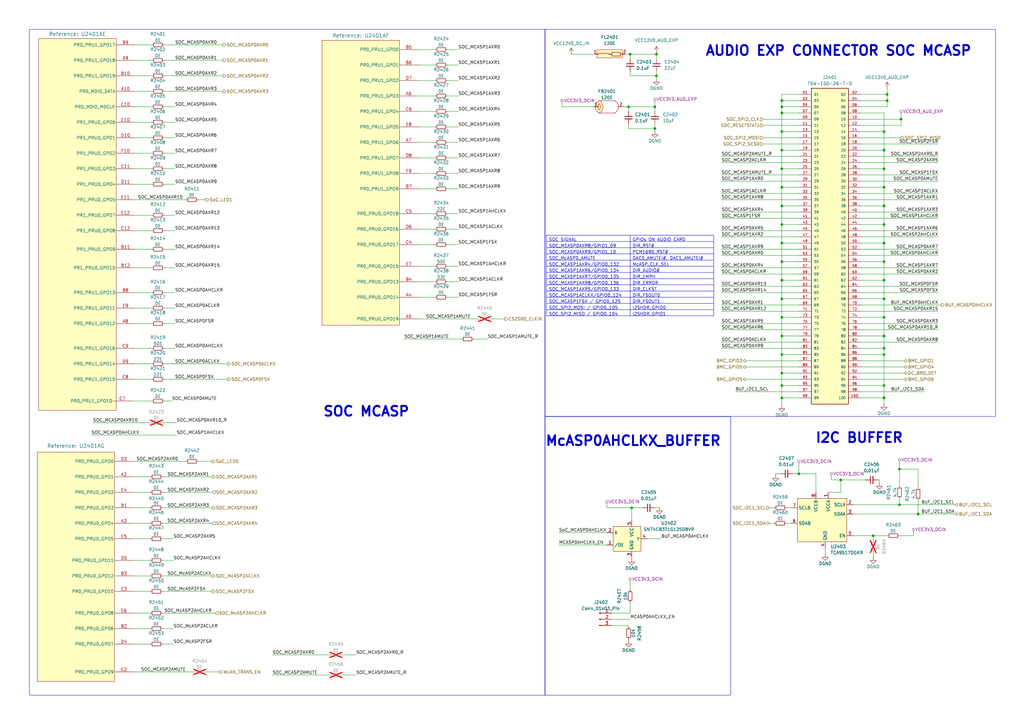
<source format=kicad_sch>
(kicad_sch (version 20250114) (generator "eeschema") (generator_version "9.0")
  (paper "A3")
  (title_block (title "Barre de son (base saine)") (date "2025-05-16") (rev "1.0") (company "NDH"))
  (lib_symbols
    (symbol "Connector:Conn_01x03_Pin" (pin_names (offset 1.016) (hide yes))
      (property "Reference" "J" (at 0 5.08 0))
      (property "Value" "Conn_01x03_Pin" (at 0 -5.08 0))
      (symbol "Conn_01x03_Pin_1_1"
        (pin passive line (at 5.08 2.54 180) (length 3.81) (name "Pin_1") (number "1"))
        (pin passive line (at 5.08 0 180) (length 3.81) (name "Pin_2") (number "2"))
        (pin passive line (at 5.08 -2.54 180) (length 3.81) (name "Pin_3") (number "3"))
      )
    )
    (symbol "Device:C_Small" (pin_numbers (hide yes)) (pin_names (offset 0.254) (hide yes))
      (property "Reference" "C" (at 0.254 1.778 0))
      (property "Value" "C_Small" (at 0.254 -2.032 0))
      (symbol "C_Small_1_1"
        (pin passive line (at 0 2.54 270) (length 2.032) (name "~") (number "1"))
        (pin passive line (at 0 -2.54 90) (length 2.032) (name "~") (number "2"))
      )
    )
    (symbol "Device:R_Small" (pin_numbers (hide yes)) (pin_names (offset 0.254) (hide yes))
      (property "Reference" "R" (at 0.762 0.508 0))
      (property "Value" "R_Small" (at 0.762 -1.016 0))
      (symbol "R_Small_1_1"
        (pin passive line (at 0 2.54 270) (length 0.762) (name "~") (number "1"))
        (pin passive line (at 0 -2.54 90) (length 0.762) (name "~") (number "2"))
      )
    )
    (symbol "Libglobal:66AK2G12ABY100" (pin_names (offset 0.254))
      (property "Reference" "U" (at -46.228 -50.8 0) (show_name))
      (symbol "66AK2G12ABY100_1_1"
        (pin bidirectional line (at -68.58 110.49 0) (length 7.62) (name "DDR3_DQS0_P") (number "AD1"))
        (pin bidirectional line (at -68.58 107.95 0) (length 7.62) (name "DDR3_DQS0_N") (number "AE2"))
        (pin bidirectional line (at -68.58 102.87 0) (length 7.62) (name "DDR3_DQS1_P") (number "AD4"))
        (pin bidirectional line (at -68.58 100.33 0) (length 7.62) (name "DDR3_DQS1_N") (number "AE4"))
        (pin bidirectional line (at -68.58 95.25 0) (length 7.62) (name "DDR3_DQS2_P") (number "AE6"))
        (pin bidirectional line (at -68.58 92.71 0) (length 7.62) (name "DDR3_DQS2_N") (number "AD6"))
        (pin bidirectional line (at -68.58 87.63 0) (length 7.62) (name "DDR3_DQS3_P") (number "AE9"))
        (pin bidirectional line (at -68.58 85.09 0) (length 7.62) (name "DDR3_DQS3_N") (number "AD9"))
        (pin bidirectional line (at -68.58 80.01 0) (length 7.62) (name "DDR3_CBDQS_P") (number "AE12"))
        (pin bidirectional line (at -68.58 77.47 0) (length 7.62) (name "DDR3_CBDQS_N") (number "AD12"))
        (pin tri_state line (at -68.58 72.39 0) (length 7.62) (name "DDR3_DQM0") (number "AB4"))
        (pin tri_state line (at -68.58 69.85 0) (length 7.62) (name "DDR3_DQM1") (number "AA5"))
        (pin tri_state line (at -68.58 67.31 0) (length 7.62) (name "DDR3_DQM2") (number "AC8"))
        (pin tri_state line (at -68.58 64.77 0) (length 7.62) (name "DDR3_DQM3") (number "AA9"))
        (pin bidirectional line (at -68.58 58.42 0) (length 7.62) (name "DDR3_CBDQM") (number "Y11"))
        (pin tri_state line (at -68.58 50.8 0) (length 7.62) (name "DDR3_ODT0") (number "AA13"))
        (pin bidirectional line (at -68.58 48.26 0) (length 7.62) (name "DDR3_ODT1") (number "Y12"))
        (pin bidirectional line (at -68.58 41.91 0) (length 7.62) (name "DDR3_CB00") (number "AA11"))
        (pin bidirectional line (at -68.58 39.37 0) (length 7.62) (name "DDR3_CB01") (number "AB11"))
        (pin bidirectional line (at -68.58 36.83 0) (length 7.62) (name "DDR3_CB02") (number "AC11"))
        (pin bidirectional line (at -68.58 34.29 0) (length 7.62) (name "DDR3_CB03") (number "AC12"))
        (pin tri_state line (at -68.58 27.94 0) (length 7.62) (name "DDR3_CKE0") (number "AB18"))
        (pin bidirectional line (at -68.58 25.4 0) (length 7.62) (name "DDR3_CKE1") (number "AC18"))
        (pin tri_state line (at -68.58 19.05 0) (length 7.62) (name "DDR3_CEn0") (number "AD13"))
        (pin bidirectional line (at -68.58 16.51 0) (length 7.62) (name "DDR3_CEn1") (number "AB12"))
        (pin tri_state line (at -68.58 10.16 0) (length 7.62) (name "DDR_CLK_N") (number "AD24"))
        (pin tri_state line (at -68.58 7.62 0) (length 7.62) (name "DDR_CLK_P") (number "AE24"))
        (pin tri_state line (at -68.58 1.27 0) (length 7.62) (name "DDR3_CLKOUT_P0") (number "AE15"))
        (pin tri_state line (at -68.58 -1.27 0) (length 7.62) (name "DDR3_CLKOUT_N0") (number "AD15"))
        (pin tri_state line (at -68.58 -7.62 0) (length 7.62) (name "DDR3_CLKOUT_P1") (number "AE16"))
        (pin tri_state line (at -68.58 -10.16 0) (length 7.62) (name "DDR3_CLKOUT_N1") (number "AD16"))
        (pin unspecified line (at -68.58 -16.51 0) (length 7.62) (name "DDR3_RZQ0") (number "W12"))
        (pin unspecified line (at -68.58 -19.05 0) (length 7.62) (name "DDR3_RZQ1") (number "V9"))
        (pin tri_state line (at -68.58 -25.4 0) (length 7.62) (name "DDR3_CASn") (number "AC13"))
        (pin tri_state line (at -68.58 -27.94 0) (length 7.62) (name "DDR3_RASn") (number "AE13"))
        (pin tri_state line (at -68.58 -34.29 0) (length 7.62) (name "DDR3_WEn") (number "Y13"))
        (pin tri_state line (at -68.58 -40.64 0) (length 7.62) (name "DDR3_RESETn") (number "Y18"))
        (pin tri_state line (at 2.54 110.49 180) (length 7.62) (name "DDR3_A00") (number "AC15"))
        (pin tri_state line (at 2.54 107.95 180) (length 7.62) (name "DDR3_A01") (number "Y15"))
        (pin tri_state line (at 2.54 105.41 180) (length 7.62) (name "DDR3_A02") (number "AC16"))
        (pin tri_state line (at 2.54 102.87 180) (length 7.62) (name "DDR3_A03") (number "AA15"))
        (pin tri_state line (at 2.54 100.33 180) (length 7.62) (name "DDR3_A04") (number "AB16"))
        (pin tri_state line (at 2.54 97.79 180) (length 7.62) (name "DDR3_A05") (number "AE17"))
        (pin tri_state line (at 2.54 95.25 180) (length 7.62) (name "DDR3_A06") (number "AC14"))
        (pin tri_state line (at 2.54 92.71 180) (length 7.62) (name "DDR3_A07") (number "AB15"))
        (pin tri_state line (at 2.54 90.17 180) (length 7.62) (name "DDR3_A08") (number "AC17"))
        (pin tri_state line (at 2.54 87.63 180) (length 7.62) (name "DDR3_A09") (number "AB17"))
        (pin tri_state line (at 2.54 85.09 180) (length 7.62) (name "DDR3_A10") (number "AB14"))
        (pin tri_state line (at 2.54 82.55 180) (length 7.62) (name "DDR3_A11") (number "AA16"))
        (pin tri_state line (at 2.54 80.01 180) (length 7.62) (name "DDR3_A12") (number "AA17"))
        (pin tri_state line (at 2.54 77.47 180) (length 7.62) (name "DDR3_A13") (number "AA12"))
        (pin tri_state line (at 2.54 74.93 180) (length 7.62) (name "DDR3_A14") (number "Y17"))
        (pin tri_state line (at 2.54 72.39 180) (length 7.62) (name "DDR3_A15") (number "Y16"))
        (pin tri_state line (at 2.54 66.04 180) (length 7.62) (name "DDR3_BA0") (number "AA14"))
        (pin tri_state line (at 2.54 62.23 180) (length 7.62) (name "DDR3_BA1") (number "AB13"))
        (pin tri_state line (at 2.54 58.42 180) (length 7.62) (name "DDR3_BA2") (number "AD17"))
        (pin bidirectional line (at 2.54 52.07 180) (length 7.62) (name "DDR3_D00") (number "AD2"))
        (pin bidirectional line (at 2.54 49.53 180) (length 7.62) (name "DDR3_D01") (number "Y4"))
        (pin bidirectional line (at 2.54 46.99 180) (length 7.62) (name "DDR3_D02") (number "AC3"))
        (pin bidirectional line (at 2.54 44.45 180) (length 7.62) (name "DDR3_D03") (number "AC2"))
        (pin bidirectional line (at 2.54 41.91 180) (length 7.62) (name "DDR3_D04") (number "AE3"))
        (pin bidirectional line (at 2.54 39.37 180) (length 7.62) (name "DDR3_D05") (number "AA4"))
        (pin bidirectional line (at 2.54 36.83 180) (length 7.62) (name "DDR3_D06") (number "AD3"))
        (pin bidirectional line (at 2.54 34.29 180) (length 7.62) (name "DDR3_D07") (number "AB3"))
        (pin bidirectional line (at 2.54 29.21 180) (length 7.62) (name "DDR3_D08") (number "AA6"))
        (pin bidirectional line (at 2.54 26.67 180) (length 7.62) (name "DDR3_D09") (number "Y7"))
        (pin bidirectional line (at 2.54 24.13 180) (length 7.62) (name "DDR3_D10") (number "Y6"))
        (pin bidirectional line (at 2.54 21.59 180) (length 7.62) (name "DDR3_D11") (number "AC5"))
        (pin bidirectional line (at 2.54 19.05 180) (length 7.62) (name "DDR3_D12") (number "AB6"))
        (pin bidirectional line (at 2.54 16.51 180) (length 7.62) (name "DDR3_D13") (number "Y5"))
        (pin bidirectional line (at 2.54 13.97 180) (length 7.62) (name "DDR3_D14") (number "AC4"))
        (pin bidirectional line (at 2.54 11.43 180) (length 7.62) (name "DDR3_D15") (number "AB5"))
        (pin bidirectional line (at 2.54 6.35 180) (length 7.62) (name "DDR3_D16") (number "AB7"))
        (pin bidirectional line (at 2.54 3.81 180) (length 7.62) (name "DDR3_D17") (number "AB8"))
        (pin bidirectional line (at 2.54 1.27 180) (length 7.62) (name "DDR3_D18") (number "AC7"))
        (pin bidirectional line (at 2.54 -1.27 180) (length 7.62) (name "DDR3_D19") (number "AA7"))
        (pin bidirectional line (at 2.54 -3.81 180) (length 7.62) (name "DDR3_D20") (number "AA8"))
        (pin bidirectional line (at 2.54 -6.35 180) (length 7.62) (name "DDR3_D21") (number "AC6"))
        (pin bidirectional line (at 2.54 -8.89 180) (length 7.62) (name "DDR3_D22") (number "AE7"))
        (pin bidirectional line (at 2.54 -11.43 180) (length 7.62) (name "DDR3_D23") (number "AD7"))
        (pin bidirectional line (at 2.54 -16.51 180) (length 7.62) (name "DDR3_D24") (number "AA10"))
        (pin bidirectional line (at 2.54 -19.05 180) (length 7.62) (name "DDR3_D25") (number "AE10"))
        (pin bidirectional line (at 2.54 -21.59 180) (length 7.62) (name "DDR3_D26") (number "AD10"))
        (pin bidirectional line (at 2.54 -24.13 180) (length 7.62) (name "DDR3_D27") (number "AC10"))
        (pin bidirectional line (at 2.54 -26.67 180) (length 7.62) (name "DDR3_D28") (number "AC9"))
        (pin bidirectional line (at 2.54 -29.21 180) (length 7.62) (name "DDR3_D29") (number "AB10"))
        (pin bidirectional line (at 2.54 -31.75 180) (length 7.62) (name "DDR3_D30") (number "AB9"))
        (pin bidirectional line (at 2.54 -34.29 180) (length 7.62) (name "DDR3_D31") (number "Y8"))
      )
      (symbol "66AK2G12ABY100_2_1"
        (pin bidirectional line (at -6.35 44.45 180) (length 7.62) (name "DSS_DATA0") (number "V22"))
        (pin bidirectional line (at -6.35 41.91 180) (length 7.62) (name "DSS_DATA1") (number "U21"))
        (pin bidirectional line (at -6.35 39.37 180) (length 7.62) (name "DSS_DATA2") (number "W22"))
        (pin bidirectional line (at -6.35 36.83 180) (length 7.62) (name "DSS_DATA3") (number "V23"))
        (pin bidirectional line (at -6.35 34.29 180) (length 7.62) (name "DSS_DATA4") (number "U23"))
        (pin bidirectional line (at -6.35 31.75 180) (length 7.62) (name "DSS_DATA5") (number "V24"))
        (pin bidirectional line (at -6.35 29.21 180) (length 7.62) (name "DSS_DATA6") (number "T21"))
        (pin bidirectional line (at -6.35 26.67 180) (length 7.62) (name "DSS_DATA7") (number "U22"))
        (pin bidirectional line (at -6.35 24.13 180) (length 7.62) (name "DSS_DATA8") (number "T22"))
        (pin bidirectional line (at -6.35 21.59 180) (length 7.62) (name "DSS_DATA9") (number "R21"))
        (pin bidirectional line (at -6.35 19.05 180) (length 7.62) (name "DSS_DATA10") (number "U24"))
        (pin bidirectional line (at -6.35 16.51 180) (length 7.62) (name "DSS_DATA11") (number "V25"))
        (pin bidirectional line (at -6.35 13.97 180) (length 7.62) (name "DSS_DATA12") (number "T24"))
        (pin bidirectional line (at -6.35 11.43 180) (length 7.62) (name "DSS_DATA13") (number "P21"))
        (pin bidirectional line (at -6.35 8.89 180) (length 7.62) (name "DSS_DATA14") (number "U25"))
        (pin bidirectional line (at -6.35 6.35 180) (length 7.62) (name "DSS_DATA15") (number "R22"))
        (pin bidirectional line (at -6.35 3.81 180) (length 7.62) (name "DSS_DATA16") (number "P23"))
        (pin bidirectional line (at -6.35 1.27 180) (length 7.62) (name "DSS_DATA17") (number "R24"))
        (pin bidirectional line (at -6.35 -1.27 180) (length 7.62) (name "DSS_DATA18") (number "N22"))
        (pin bidirectional line (at -6.35 -3.81 180) (length 7.62) (name "DSS_DATA19") (number "T25"))
        (pin bidirectional line (at -6.35 -6.35 180) (length 7.62) (name "DSS_DATA20") (number "N24"))
        (pin bidirectional line (at -6.35 -8.89 180) (length 7.62) (name "DSS_DATA21") (number "P24"))
        (pin bidirectional line (at -6.35 -11.43 180) (length 7.62) (name "DSS_DATA22") (number "P25"))
        (pin bidirectional line (at -6.35 -13.97 180) (length 7.62) (name "DSS_DATA23") (number "N23"))
        (pin bidirectional line (at -6.35 -20.32 180) (length 7.62) (name "DSS_VSYNC") (number "R25"))
        (pin bidirectional line (at -6.35 -24.13 180) (length 7.62) (name "DSS_HSYNC") (number "P22"))
        (pin bidirectional line (at -6.35 -27.94 180) (length 7.62) (name "DSS_PCLK") (number "N25"))
        (pin bidirectional line (at -6.35 -31.75 180) (length 7.62) (name "DSS_FID") (number "L25"))
        (pin bidirectional line (at -6.35 -35.56 180) (length 7.62) (name "DSS_DE") (number "M25"))
        (pin bidirectional line (at -6.35 -41.91 180) (length 7.62) (name "PR1_MDIO_DATA") (number "E18"))
      )
      (symbol "66AK2G12ABY100_3_1"
        (pin bidirectional line (at 1.27 71.12 180) (length 7.62) (name "PR1_PRU1_GPO0/PR1_PRU1_GPI0/GPIO1_26") (number "A14"))
        (pin bidirectional line (at 1.27 66.04 180) (length 7.62) (name "PR1_PRU1_GPO1/PR1_PRU1_GPI1/GPIO1_27") (number "B14"))
        (pin bidirectional line (at 1.27 60.96 180) (length 7.62) (name "PR1_PRU1_GPO2/PR1_PRU1_GPI2/GPIO1_28") (number "C14"))
        (pin bidirectional line (at 1.27 55.88 180) (length 7.62) (name "PR1_PRU1_GPO3/PR1_PRU1_GPI3/GPIO1_29") (number "E14"))
        (pin bidirectional line (at 1.27 50.8 180) (length 7.62) (name "PR1_PRU1_GPO4/PR1_PRU1_GPI4/GPIO1_30") (number "D14"))
        (pin bidirectional line (at 1.27 45.72 180) (length 7.62) (name "PR1_PRU1_GPO5/PR1_PRU1_GPI5/GPIO1_31") (number "A15"))
        (pin bidirectional line (at 1.27 40.64 180) (length 7.62) (name "PR1_PRU1_GPO6/PR1_PRU1_GPI6/GPIO1_32") (number "F14"))
        (pin bidirectional line (at 1.27 35.56 180) (length 7.62) (name "PR1_PRU1_GPO7/PR1_PRU1_GPI7/GPIO1_33") (number "B15"))
        (pin bidirectional line (at 1.27 30.48 180) (length 7.62) (name "PR1_PRU1_GPO8/PR1_PRU1_GPI8/GPIO1_34") (number "C15"))
        (pin bidirectional line (at 1.27 25.4 180) (length 7.62) (name "PR1_PRU1_GPO15/PR1_PRU1_GPI15/GPIO1_41") (number "C18"))
        (pin bidirectional line (at 1.27 19.05 180) (length 7.62) (name "PR1_PRU1_GPO16/PR1_PRU1_GPI16/GPIO1_42") (number "D16"))
        (pin bidirectional line (at 1.27 8.89 180) (length 7.62) (name "GPMC_BEn1/GPIO0_21") (number "AB24"))
        (pin bidirectional line (at 1.27 3.81 180) (length 7.62) (name "GPMC_CLK/GPIO0_16") (number "AB23"))
        (pin bidirectional line (at 1.27 -5.08 180) (length 7.62) (name "MII_RXER/RMII_RXER/GPIO0_82") (number "F23"))
        (pin bidirectional line (at 1.27 -11.43 180) (length 7.62) (name "MII_COL/GPIO0_83") (number "B25"))
        (pin bidirectional line (at 1.27 -17.78 180) (length 7.62) (name "MII_CRS/RMII_CRS_DV/GPIO0_84") (number "G22"))
        (pin bidirectional line (at 1.27 -29.21 180) (length 7.62) (name "SPI3_SCSn1/PR0_UART0_RXD/GPIO0_87") (number "E25"))
        (pin bidirectional line (at 1.27 -36.83 180) (length 7.62) (name "SPI1_SCSn1/GPIO0_100") (number "N3"))
      )
      (symbol "66AK2G12ABY100_4_1"
        (pin bidirectional line (at -15.24 -25.4 180) (length 7.62) (name "SPI0_SOMI") (number "M1"))
        (pin bidirectional line (at -15.24 -30.48 180) (length 7.62) (name "SPI0_SIMO") (number "N4"))
        (pin bidirectional line (at -15.24 -35.56 180) (length 7.62) (name "SPI0_CLK") (number "M2"))
        (pin bidirectional line (at -15.24 -40.64 180) (length 7.62) (name "SPI0_SCSn0") (number "M3"))
        (pin bidirectional line (at -15.24 -45.72 180) (length 7.62) (name "SPI0_SCSn1") (number "M4"))
      )
      (symbol "66AK2G12ABY100_5_1"
        (pin bidirectional line (at -7.62 31.75 180) (length 7.62) (name "GPMC_AD0") (number "AC21"))
        (pin bidirectional line (at -7.62 29.21 180) (length 7.62) (name "GPMC_AD1") (number "AE20"))
        (pin bidirectional line (at -7.62 26.67 180) (length 7.62) (name "GPMC_AD2") (number "AD22"))
        (pin bidirectional line (at -7.62 24.13 180) (length 7.62) (name "GPMC_AD3") (number "AD20"))
        (pin bidirectional line (at -7.62 21.59 180) (length 7.62) (name "GPMC_AD4") (number "AE21"))
        (pin bidirectional line (at -7.62 19.05 180) (length 7.62) (name "GPMC_AD5") (number "AE22"))
        (pin bidirectional line (at -7.62 16.51 180) (length 7.62) (name "GPMC_AD6") (number "AC20"))
        (pin bidirectional line (at -7.62 13.97 180) (length 7.62) (name "GPMC_AD7") (number "AD21"))
        (pin bidirectional line (at -7.62 11.43 180) (length 7.62) (name "GPMC_AD8") (number "AE23"))
        (pin bidirectional line (at -7.62 8.89 180) (length 7.62) (name "GPMC_AD9") (number "AB20"))
        (pin bidirectional line (at -7.62 6.35 180) (length 7.62) (name "GPMC_AD10") (number "AA20"))
        (pin bidirectional line (at -7.62 3.81 180) (length 7.62) (name "GPMC_AD11") (number "AD23"))
        (pin bidirectional line (at -7.62 1.27 180) (length 7.62) (name "GPMC_AD12") (number "AA21"))
        (pin bidirectional line (at -7.62 -1.27 180) (length 7.62) (name "GPMC_AD13") (number "AB21"))
        (pin bidirectional line (at -7.62 -3.81 180) (length 7.62) (name "GPMC_AD14") (number "AB22"))
        (pin bidirectional line (at -7.62 -6.35 180) (length 7.62) (name "GPMC_AD15") (number "AA22"))
        (pin bidirectional line (at -7.62 -16.51 180) (length 7.62) (name "GPMC_ADVn_ALE") (number "AC23"))
        (pin bidirectional line (at -7.62 -19.05 180) (length 7.62) (name "GPMC_OEn_REn") (number "AC22"))
        (pin bidirectional line (at -7.62 -21.59 180) (length 7.62) (name "GPMC_WEn") (number "Y22"))
        (pin bidirectional line (at -7.62 -24.13 180) (length 7.62) (name "GPMC_BEn0_CLE") (number "AC24"))
        (pin bidirectional line (at -7.62 -26.67 180) (length 7.62) (name "GPMC_WAIT0") (number "Y24"))
        (pin bidirectional line (at -7.62 -36.83 180) (length 7.62) (name "GPMC_WPn") (number "W25"))
        (pin bidirectional line (at -7.62 -43.18 180) (length 7.62) (name "GPMC_CSn0") (number "AB25"))
      )
      (symbol "66AK2G12ABY100_6_1"
        (pin bidirectional line (at -11.43 8.89 180) (length 7.62) (name "MMC1_DAT0") (number "H3"))
        (pin bidirectional line (at -11.43 3.81 180) (length 7.62) (name "MMC1_DAT1") (number "F5"))
        (pin bidirectional line (at -11.43 -1.27 180) (length 7.62) (name "MMC1_DAT2") (number "J5"))
        (pin bidirectional line (at -11.43 -6.35 180) (length 7.62) (name "MMC1_DAT3") (number "H4"))
        (pin bidirectional line (at -11.43 -11.43 180) (length 7.62) (name "MMC1_DAT4") (number "E3"))
        (pin bidirectional line (at -11.43 -13.97 180) (length 7.62) (name "MMC1_DAT5") (number "G4"))
        (pin bidirectional line (at -11.43 -16.51 180) (length 7.62) (name "MMC1_DAT6") (number "F4"))
        (pin bidirectional line (at -11.43 -19.05 180) (length 7.62) (name "MMC1_DAT7") (number "G5"))
        (pin bidirectional line (at -11.43 -24.13 180) (length 7.62) (name "MMC1_CLK") (number "J4"))
        (pin bidirectional line (at -11.43 -29.21 180) (length 7.62) (name "MMC1_CMD") (number "J2"))
        (pin bidirectional line (at -11.43 -34.29 180) (length 7.62) (name "MMC1_POW") (number "K2"))
        (pin bidirectional line (at -11.43 -36.83 180) (length 7.62) (name "MMC1_SDCD") (number "J3"))
        (pin bidirectional line (at -11.43 -43.18 180) (length 7.62) (name "MMC1_SDWP") (number "K3"))
      )
      (symbol "66AK2G12ABY100_7_1"
        (pin bidirectional line (at -13.97 29.21 180) (length 7.62) (name "MII_TXD0") (number "G23"))
        (pin bidirectional line (at -13.97 24.13 180) (length 7.62) (name "MII_TXD1") (number "G24"))
        (pin bidirectional line (at -13.97 19.05 180) (length 7.62) (name "MII_TXD2") (number "G25"))
        (pin bidirectional line (at -13.97 13.97 180) (length 7.62) (name "MII_TXD3") (number "D25"))
        (pin bidirectional line (at -13.97 6.35 180) (length 7.62) (name "MII_TXCLK") (number "C25"))
        (pin bidirectional line (at -13.97 1.27 180) (length 7.62) (name "MII_TXEN") (number "H25"))
        (pin bidirectional line (at -13.97 -6.35 180) (length 7.62) (name "MDIO_CLK") (number "U3"))
        (pin bidirectional line (at -13.97 -10.16 180) (length 7.62) (name "MDIO_DATA") (number "V3"))
        (pin bidirectional line (at -13.97 -17.78 180) (length 7.62) (name "MII_RXCLK") (number "A22"))
        (pin bidirectional line (at -13.97 -22.86 180) (length 7.62) (name "MII_RXDV") (number "A24"))
        (pin bidirectional line (at -13.97 -30.48 180) (length 7.62) (name "MII_RXD0") (number "B24"))
        (pin bidirectional line (at -13.97 -35.56 180) (length 7.62) (name "MII_RXD1") (number "C23"))
        (pin bidirectional line (at -13.97 -40.64 180) (length 7.62) (name "MII_RXD2") (number "B23"))
        (pin bidirectional line (at -13.97 -45.72 180) (length 7.62) (name "MII_RXD3") (number "F22"))
      )
      (symbol "66AK2G12ABY100_8_1"
        (pin input line (at -10.16 -5.08 180) (length 7.62) (name "NMIn") (number "W1"))
        (pin input line (at -10.16 -10.16 180) (length 7.62) (name "PORn") (number "AA3"))
        (pin input line (at -10.16 -15.24 180) (length 7.62) (name "LRESETNMIENn") (number "V1"))
        (pin input line (at -10.16 -20.32 180) (length 7.62) (name "LRESETn") (number "V2"))
        (pin input line (at -10.16 -25.4 180) (length 7.62) (name "RESETn") (number "W3"))
        (pin input line (at -10.16 -30.48 180) (length 7.62) (name "RESETFULLn") (number "W2"))
        (pin output line (at -10.16 -38.1 180) (length 7.62) (name "RESETSTATn") (number "Y2"))
        (pin tri_state line (at -10.16 -45.72 180) (length 7.62) (name "BOOTCOMPLETE") (number "Y3"))
      )
      (symbol "66AK2G12ABY100_9_1"
        (pin input line (at -69.85 8.89 0) (length 7.62) (name "AUDOSC_IN") (number "C17"))
        (pin output line (at -69.85 3.81 0) (length 7.62) (name "AUDOSC_OUT") (number "A17"))
        (pin power_in line (at -69.85 -1.27 0) (length 7.62) (name "VSS_OSC_AUDIO") (number "B17"))
        (pin output line (at -69.85 -12.7 0) (length 7.62) (name "USB1_XO") (number "C20"))
        (pin output line (at -69.85 -17.78 0) (length 7.62) (name "USB0_XO") (number "D19"))
        (pin tri_state line (at -69.85 -26.67 0) (length 7.62) (name "OBSPLL_LOCK") (number "N5"))
        (pin output line (at -69.85 -30.48 0) (length 7.62) (name "OBSCLK_P") (number "K1"))
        (pin output line (at -69.85 -34.29 0) (length 7.62) (name "OBSCLK_N") (number "L1"))
        (pin output line (at -69.85 -44.45 0) (length 7.62) (name "RMII_REFCLK/PR0_eCAP0_eCAP_SYNCOUT") (number "D24"))
        (pin input line (at 6.35 8.89 180) (length 7.62) (name "SYSOSC_IN") (number "AC19"))
        (pin output line (at 6.35 3.81 180) (length 7.62) (name "SYSOSC_OUT") (number "AE19"))
        (pin power_in line (at 6.35 -1.27 180) (length 7.62) (name "VSS_OSC_SYS") (number "AD19"))
        (pin input line (at 6.35 -10.16 180) (length 7.62) (name "SYSCLK_P") (number "AD25"))
        (pin input line (at 6.35 -15.24 180) (length 7.62) (name "SYSCLK_N") (number "AC25"))
        (pin input line (at 6.35 -24.13 180) (length 7.62) (name "SYSCLKSEL") (number "R1"))
        (pin tri_state line (at 6.35 -30.48 180) (length 7.62) (name "SYSCLKOUT") (number "M21"))
        (pin input line (at 6.35 -39.37 180) (length 7.62) (name "CPTS_REFCLK_P") (number "K21"))
        (pin input line (at 6.35 -44.45 180) (length 7.62) (name "CPTS_REFCLK_N") (number "L21"))
      )
      (symbol "66AK2G12ABY100_10_1"
        (pin input line (at -17.78 -17.78 180) (length 7.62) (name "TDI") (number "L5"))
        (pin tri_state line (at -17.78 -21.59 180) (length 7.62) (name "TDO") (number "K5"))
        (pin input line (at -17.78 -25.4 180) (length 7.62) (name "TCK") (number "L3"))
        (pin input line (at -17.78 -29.21 180) (length 7.62) (name "TMS") (number "K4"))
        (pin input line (at -17.78 -33.02 180) (length 7.62) (name "TRSTn") (number "L4"))
        (pin bidirectional line (at -17.78 -39.37 180) (length 7.62) (name "EMU00") (number "M22"))
        (pin bidirectional line (at -17.78 -45.72 180) (length 7.62) (name "EMU01") (number "L22"))
      )
      (symbol "66AK2G12ABY100_11_1"
        (pin bidirectional line (at -10.16 5.08 180) (length 7.62) (name "MLBP_DAT_P") (number "K23"))
        (pin bidirectional line (at -10.16 0 180) (length 7.62) (name "MLBP_DAT_N") (number "K22"))
        (pin bidirectional line (at -10.16 -6.35 180) (length 7.62) (name "MLBP_SIG_P") (number "L24"))
        (pin bidirectional line (at -10.16 -11.43 180) (length 7.62) (name "MLBP_SIG_N") (number "M24"))
        (pin input line (at -10.16 -19.05 180) (length 7.62) (name "MLBP_CLK_P") (number "M23"))
        (pin input line (at -10.16 -24.13 180) (length 7.62) (name "MLBP_CLK_N") (number "L23"))
        (pin bidirectional line (at -10.16 -34.29 180) (length 7.62) (name "GPMC_WAIT1") (number "AA24"))
        (pin bidirectional line (at -10.16 -39.37 180) (length 7.62) (name "GPMC_DIR") (number "AA25"))
        (pin bidirectional line (at -10.16 -44.45 180) (length 7.62) (name "GPMC_CSn1") (number "W24"))
      )
      (symbol "66AK2G12ABY100_12_1"
        (pin bidirectional line (at -13.97 -13.97 180) (length 7.62) (name "USB1_DP") (number "B20"))
        (pin bidirectional line (at -13.97 -17.78 180) (length 7.62) (name "USB1_DM") (number "A20"))
        (pin unspecified line (at -13.97 -25.4 180) (length 7.62) (name "USB1_ID") (number "E20"))
        (pin unspecified line (at -13.97 -30.48 180) (length 7.62) (name "USB1_VBUS") (number "A21"))
        (pin tri_state line (at -13.97 -38.1 180) (length 7.62) (name "USB1_DRVVBUS") (number "B21"))
        (pin unspecified line (at -13.97 -45.72 180) (length 7.62) (name "USB1_TXRTUNE_RKELVIN") (number "D20"))
      )
      (symbol "66AK2G12ABY100_13_1"
        (pin bidirectional line (at -16.51 -38.1 180) (length 7.62) (name "I2C0_SCL") (number "U5"))
        (pin bidirectional line (at -16.51 -45.72 180) (length 7.62) (name "I2C0_SDA") (number "W5"))
      )
      (symbol "66AK2G12ABY100_14_1"
        (pin bidirectional line (at -7.62 -7.62 180) (length 7.62) (name "QSPI_D0") (number "J23"))
        (pin bidirectional line (at -7.62 -11.43 180) (length 7.62) (name "QSPI_D1") (number "J22"))
        (pin bidirectional line (at -7.62 -15.24 180) (length 7.62) (name "QSPI_D2") (number "J21"))
        (pin bidirectional line (at -7.62 -19.05 180) (length 7.62) (name "QSPI_D3") (number "J24"))
        (pin bidirectional line (at -7.62 -25.4 180) (length 7.62) (name "QSPI_CSn0") (number "J25"))
        (pin bidirectional line (at -7.62 -31.75 180) (length 7.62) (name "QSPI_CLK") (number "K25"))
        (pin bidirectional line (at -7.62 -38.1 180) (length 7.62) (name "QSPI_RCLK") (number "K24"))
        (pin bidirectional line (at -7.62 -45.72 180) (length 7.62) (name "QSPI_CSn1") (number "H23"))
      )
      (symbol "66AK2G12ABY100_15_1"
        (pin tri_state line (at -15.24 -34.29 180) (length 7.62) (name "UART0_TXD") (number "T1"))
        (pin input line (at -15.24 -38.1 180) (length 7.62) (name "UART0_RXD") (number "T4"))
        (pin bidirectional line (at -15.24 -41.91 180) (length 7.62) (name "UART0_CTSn") (number "T2"))
        (pin bidirectional line (at -15.24 -45.72 180) (length 7.62) (name "UART0_RTSn") (number "U1"))
      )
      (symbol "66AK2G12ABY100_16_1"
        (pin output line (at -13.97 -6.35 180) (length 7.62) (name "PCIE_TXP0") (number "G1"))
        (pin output line (at -13.97 -11.43 180) (length 7.62) (name "PCIE_TXN0") (number "H1"))
        (pin input line (at -13.97 -19.05 180) (length 7.62) (name "PCIE_RXP0") (number "E1"))
        (pin input line (at -13.97 -24.13 180) (length 7.62) (name "PCIE_RXN0") (number "D1"))
        (pin input line (at -13.97 -31.75 180) (length 7.62) (name "PCIE_CLK_P") (number "G2"))
        (pin input line (at -13.97 -35.56 180) (length 7.62) (name "PCIE_CLK_N") (number "F2"))
        (pin unspecified line (at -13.97 -43.18 180) (length 7.62) (name "PCIE_REFRES") (number "H7"))
      )
      (symbol "66AK2G12ABY100_17_1"
        (pin bidirectional line (at -8.89 -30.48 180) (length 7.62) (name "DCAN0_TX") (number "P5"))
        (pin bidirectional line (at -8.89 -35.56 180) (length 7.62) (name "DCAN0_RX") (number "R5"))
        (pin bidirectional line (at -8.89 -43.18 180) (length 7.62) (name "QSPI_CSn2") (number "H22"))
        (pin bidirectional line (at -8.89 -46.99 180) (length 7.62) (name "QSPI_CSn3") (number "H21"))
      )
      (symbol "66AK2G12ABY100_18_1"
        (pin bidirectional line (at -6.35 3.81 180) (length 7.62) (name "eHRPWM3_A") (number "A23"))
        (pin bidirectional line (at -6.35 0 180) (length 7.62) (name "eHRPWM3_B") (number "B22"))
        (pin bidirectional line (at -6.35 -3.81 180) (length 7.62) (name "MII_TXER") (number "H24"))
        (pin bidirectional line (at -6.35 -7.62 180) (length 7.62) (name "eHRPWM3_SYNCO") (number "D23"))
        (pin bidirectional line (at -6.35 -11.43 180) (length 7.62) (name "eHRPWM3_SYNCI") (number "C22"))
        (pin bidirectional line (at -6.35 -17.78 180) (length 7.62) (name "PR1_PRU0_GPO18") (number "D12"))
        (pin bidirectional line (at -6.35 -21.59 180) (length 7.62) (name "PR1_PRU0_GPO19") (number "D13"))
        (pin bidirectional line (at -6.35 -25.4 180) (length 7.62) (name "PR1_PRU0_GPO17") (number "E13"))
        (pin bidirectional line (at -6.35 -31.75 180) (length 7.62) (name "PR1_PRU1_GPO18") (number "E17"))
        (pin bidirectional line (at -6.35 -35.56 180) (length 7.62) (name "PR1_PRU1_GPO19") (number "E16"))
        (pin bidirectional line (at -6.35 -39.37 180) (length 7.62) (name "PR1_PRU1_GPO17") (number "F16"))
        (pin bidirectional line (at -6.35 -45.72 180) (length 7.62) (name "PR1_MDIO_MDCLK") (number "D18"))
      )
      (symbol "66AK2G12ABY100_19_1"
        (pin unspecified line (at -8.89 -3.81 180) (length 7.62) (name "RSV1") (number "AA19"))
        (pin input line (at -8.89 -7.62 180) (length 7.62) (name "RSV2") (number "AB19"))
        (pin unspecified line (at -8.89 -11.43 180) (length 7.62) (name "RSV3") (number "Y20"))
        (pin unspecified line (at -8.89 -15.24 180) (length 7.62) (name "RSV4") (number "W19"))
        (pin unspecified line (at -8.89 -19.05 180) (length 7.62) (name "RSV5") (number "D2"))
        (pin input line (at -8.89 -22.86 180) (length 7.62) (name "RSV6") (number "L2"))
        (pin unspecified line (at -8.89 -26.67 180) (length 7.62) (name "RSV7") (number "G3"))
        (pin unspecified line (at -8.89 -30.48 180) (length 7.62) (name "RSV8") (number "F18"))
        (pin unspecified line (at -8.89 -34.29 180) (length 7.62) (name "RSV9") (number "H2"))
        (pin tri_state line (at -8.89 -38.1 180) (length 7.62) (name "RSV10") (number "AA18"))
        (pin tri_state line (at -8.89 -41.91 180) (length 7.62) (name "RSV11") (number "Y19"))
        (pin unspecified line (at -8.89 -45.72 180) (length 7.62) (name "RSV12") (number "Y14"))
      )
      (symbol "66AK2G12ABY100_20_1"
        (pin power_in line (at -57.15 46.99 0) (length 7.62) (name "CVDD") (number "N14"))
        (pin power_in line (at -57.15 43.18 0) (length 7.62) (name "CVDD") (number "N12"))
        (pin power_in line (at -57.15 39.37 0) (length 7.62) (name "CVDD") (number "N10"))
        (pin power_in line (at -57.15 35.56 0) (length 7.62) (name "CVDD") (number "M17"))
        (pin power_in line (at -57.15 31.75 0) (length 7.62) (name "CVDD") (number "M15"))
        (pin power_in line (at -57.15 27.94 0) (length 7.62) (name "CVDD") (number "M13"))
        (pin power_in line (at -57.15 24.13 0) (length 7.62) (name "CVDD") (number "M11"))
        (pin power_in line (at -57.15 20.32 0) (length 7.62) (name "CVDD") (number "M9"))
        (pin power_in line (at -57.15 16.51 0) (length 7.62) (name "CVDD") (number "L18"))
        (pin power_in line (at -57.15 12.7 0) (length 7.62) (name "CVDD") (number "L16"))
        (pin power_in line (at -57.15 8.89 0) (length 7.62) (name "CVDD") (number "L14"))
        (pin power_in line (at -57.15 5.08 0) (length 7.62) (name "CVDD") (number "L12"))
        (pin power_in line (at -57.15 1.27 0) (length 7.62) (name "CVDD") (number "L10"))
        (pin power_in line (at -57.15 -2.54 0) (length 7.62) (name "CVDD") (number "K17"))
        (pin power_in line (at -57.15 -6.35 0) (length 7.62) (name "CVDD") (number "K15"))
        (pin power_in line (at -57.15 -10.16 0) (length 7.62) (name "CVDD") (number "K13"))
        (pin power_in line (at -57.15 -13.97 0) (length 7.62) (name "CVDD") (number "K11"))
        (pin power_in line (at -57.15 -17.78 0) (length 7.62) (name "CVDD") (number "K9"))
        (pin power_in line (at -57.15 -21.59 0) (length 7.62) (name "CVDD") (number "J16"))
        (pin power_in line (at -57.15 -29.21 0) (length 7.62) (name "CVDD1") (number "T13"))
        (pin power_in line (at -57.15 -33.02 0) (length 7.62) (name "CVDD1") (number "N18"))
        (pin power_in line (at -57.15 -36.83 0) (length 7.62) (name "CVDD1") (number "N8"))
        (pin power_in line (at -57.15 -40.64 0) (length 7.62) (name "CVDD1") (number "J12"))
        (pin power_in line (at -57.15 -44.45 0) (length 7.62) (name "CVDD1") (number "M5"))
        (pin power_in line (at -6.35 46.99 180) (length 7.62) (name "CVDD") (number "N16"))
        (pin power_in line (at -6.35 43.18 180) (length 7.62) (name "CVDD") (number "P9"))
        (pin power_in line (at -6.35 39.37 180) (length 7.62) (name "CVDD") (number "P11"))
        (pin power_in line (at -6.35 35.56 180) (length 7.62) (name "CVDD") (number "P13"))
        (pin power_in line (at -6.35 31.75 180) (length 7.62) (name "CVDD") (number "P15"))
        (pin power_in line (at -6.35 27.94 180) (length 7.62) (name "CVDD") (number "P17"))
        (pin power_in line (at -6.35 24.13 180) (length 7.62) (name "CVDD") (number "R8"))
        (pin power_in line (at -6.35 20.32 180) (length 7.62) (name "CVDD") (number "R10"))
        (pin power_in line (at -6.35 16.51 180) (length 7.62) (name "CVDD") (number "R12"))
        (pin power_in line (at -6.35 12.7 180) (length 7.62) (name "CVDD") (number "R14"))
        (pin power_in line (at -6.35 8.89 180) (length 7.62) (name "CVDD") (number "R16"))
        (pin power_in line (at -6.35 5.08 180) (length 7.62) (name "CVDD") (number "R18"))
        (pin power_in line (at -6.35 1.27 180) (length 7.62) (name "CVDD") (number "T9"))
        (pin power_in line (at -6.35 -2.54 180) (length 7.62) (name "CVDD") (number "T11"))
        (pin power_in line (at -6.35 -6.35 180) (length 7.62) (name "CVDD") (number "T15"))
        (pin power_in line (at -6.35 -10.16 180) (length 7.62) (name "CVDD") (number "T17"))
        (pin power_in line (at -6.35 -13.97 180) (length 7.62) (name "CVDD") (number "U16"))
        (pin power_in line (at -6.35 -17.78 180) (length 7.62) (name "CVDD") (number "J10"))
        (pin power_in line (at -6.35 -21.59 180) (length 7.62) (name "CVDD") (number "J14"))
      )
      (symbol "66AK2G12ABY100_21_1"
        (pin power_in line (at -2.54 50.8 180) (length 7.62) (name "DVDD33") (number "H9"))
        (pin power_in line (at -2.54 46.99 180) (length 7.62) (name "DVDD33") (number "AA23"))
        (pin power_in line (at -2.54 43.18 180) (length 7.62) (name "DVDD33") (number "E23"))
        (pin power_in line (at -2.54 39.37 180) (length 7.62) (name "DVDD33") (number "F21"))
        (pin power_in line (at -2.54 35.56 180) (length 7.62) (name "DVDD33") (number "G20"))
        (pin power_in line (at -2.54 31.75 180) (length 7.62) (name "DVDD33") (number "J20"))
        (pin power_in line (at -2.54 27.94 180) (length 7.62) (name "DVDD33") (number "P19"))
        (pin power_in line (at -2.54 24.13 180) (length 7.62) (name "DVDD33") (number "R20"))
        (pin power_in line (at -2.54 20.32 180) (length 7.62) (name "DVDD33") (number "T19"))
        (pin power_in line (at -2.54 16.51 180) (length 7.62) (name "DVDD33") (number "U20"))
        (pin power_in line (at -2.54 12.7 180) (length 7.62) (name "DVDD33") (number "V21"))
        (pin power_in line (at -2.54 8.89 180) (length 7.62) (name "DVDD33") (number "F7"))
        (pin power_in line (at -2.54 5.08 180) (length 7.62) (name "DVDD33") (number "F11"))
        (pin power_in line (at -2.54 1.27 180) (length 7.62) (name "DVDD33") (number "F15"))
        (pin power_in line (at -2.54 -2.54 180) (length 7.62) (name "DVDD33") (number "G12"))
        (pin power_in line (at -2.54 -6.35 180) (length 7.62) (name "DVDD33") (number "G16"))
        (pin power_in line (at -2.54 -10.16 180) (length 7.62) (name "DVDD33") (number "H11"))
        (pin power_in line (at -2.54 -13.97 180) (length 7.62) (name "DVDD33") (number "H13"))
        (pin power_in line (at -2.54 -17.78 180) (length 7.62) (name "DVDD33") (number "H15"))
        (pin power_in line (at -2.54 -21.59 180) (length 7.62) (name "DVDD33") (number "P7"))
        (pin power_in line (at -2.54 -25.4 180) (length 7.62) (name "DVDD33") (number "R6"))
        (pin power_in line (at -2.54 -29.21 180) (length 7.62) (name "DVDD33") (number "T23"))
        (pin power_in line (at -2.54 -33.02 180) (length 7.62) (name "DVDD33") (number "T7"))
        (pin power_in line (at -2.54 -40.64 180) (length 7.62) (name "DVDD33_USB") (number "H17"))
        (pin power_in line (at -2.54 -43.18 180) (length 7.62) (name "DVDD33_USB") (number "G18"))
      )
      (symbol "66AK2G12ABY100_22_1"
        (pin power_in line (at -67.31 15.24 0) (length 7.62) (name "DVDD18") (number "F17"))
        (pin power_in line (at -67.31 12.7 0) (length 7.62) (name "DVDD18") (number "L20"))
        (pin power_in line (at -67.31 10.16 0) (length 7.62) (name "DVDD18") (number "K19"))
        (pin power_in line (at -67.31 7.62 0) (length 7.62) (name "DVDD18") (number "M7"))
        (pin power_in line (at -67.31 5.08 0) (length 7.62) (name "DVDD18") (number "L6"))
        (pin power_in line (at -67.31 2.54 0) (length 7.62) (name "DVDD18") (number "W6"))
        (pin power_in line (at -67.31 0 0) (length 7.62) (name "DVDD18") (number "U6"))
        (pin power_in line (at -67.31 -2.54 0) (length 7.62) (name "DVDD18") (number "U18"))
        (pin power_in line (at -67.31 -5.08 0) (length 7.62) (name "DVDD18") (number "V19"))
        (pin power_in line (at -67.31 -7.62 0) (length 7.62) (name "DVDD18") (number "J6"))
        (pin power_in line (at -67.31 -10.16 0) (length 7.62) (name "DVDD18") (number "H5"))
        (pin power_in line (at -67.31 -13.97 0) (length 7.62) (name "DVDD18") (number "G6"))
        (pin power_in line (at -67.31 -16.51 0) (length 7.62) (name "DVDD18") (number "F19"))
        (pin power_in line (at 1.27 15.24 180) (length 7.62) (name "DVDD_DDR") (number "AD5"))
        (pin power_in line (at 1.27 12.7 180) (length 7.62) (name "DVDD_DDR") (number "AD11"))
        (pin power_in line (at 1.27 10.16 180) (length 7.62) (name "DVDD_DDR") (number "AD18"))
        (pin power_in line (at 1.27 7.62 180) (length 7.62) (name "DVDD_DDR") (number "U8"))
        (pin power_in line (at 1.27 5.08 180) (length 7.62) (name "DVDD_DDR") (number "U10"))
        (pin power_in line (at 1.27 2.54 180) (length 7.62) (name "DVDD_DDR") (number "U12"))
        (pin power_in line (at 1.27 0 180) (length 7.62) (name "DVDD_DDR") (number "U14"))
        (pin power_in line (at 1.27 -2.54 180) (length 7.62) (name "DVDD_DDR") (number "V7"))
        (pin power_in line (at 1.27 -5.08 180) (length 7.62) (name "DVDD_DDR") (number "V11"))
        (pin power_in line (at 1.27 -7.62 180) (length 7.62) (name "DVDD_DDR") (number "V13"))
        (pin power_in line (at 1.27 -10.16 180) (length 7.62) (name "DVDD_DDR") (number "V15"))
        (pin power_in line (at 1.27 -12.7 180) (length 7.62) (name "DVDD_DDR") (number "V17"))
        (pin power_in line (at 1.27 -15.24 180) (length 7.62) (name "DVDD_DDR") (number "W16"))
        (pin power_in line (at 1.27 -17.78 180) (length 7.62) (name "DVDD_DDR") (number "W18"))
        (pin power_in line (at 1.27 -20.32 180) (length 7.62) (name "DVDD_DDR") (number "AE8"))
        (pin power_in line (at 1.27 -22.86 180) (length 7.62) (name "DVDD_DDR") (number "AE14"))
        (pin unspecified line (at 1.27 -33.02 180) (length 7.62) (name "DDR3_VREFSSTL") (number "Y9"))
      )
      (symbol "66AK2G12ABY100_23_1"
        (pin power_in line (at -8.89 21.59 180) (length 7.62) (name "DVDD_DDRDLL") (number "W8"))
        (pin power_in line (at -8.89 19.05 180) (length 7.62) (name "DVDD_DDRDLL") (number "W10"))
        (pin power_in line (at -8.89 16.51 180) (length 7.62) (name "DVDD_DDRDLL") (number "W14"))
        (pin power_in line (at -8.89 10.16 180) (length 7.62) (name "AVDDA_DDRPLL") (number "W20"))
        (pin power_in line (at -8.89 6.35 180) (length 7.62) (name "AVDDA_DSSPLL") (number "N20"))
        (pin power_in line (at -8.89 2.54 180) (length 7.62) (name "AVDDA_MAINPLL") (number "M19"))
        (pin power_in line (at -8.89 -1.27 180) (length 7.62) (name "AVDDA_NSSPLL") (number "G14"))
        (pin power_in line (at -8.89 -5.08 180) (length 7.62) (name "AVDDA_UARTPLL") (number "G10"))
        (pin power_in line (at -8.89 -8.89 180) (length 7.62) (name "AVDDA_ICSSPLL") (number "G8"))
        (pin power_in line (at -8.89 -12.7 180) (length 7.62) (name "AVDDA_ARMPLL") (number "N6"))
        (pin power_in line (at -8.89 -20.32 180) (length 7.62) (name "VDDAHV") (number "K7"))
        (pin unspecified line (at -8.89 -26.67 180) (length 7.62) (name "LDO_PCIE_CAP") (number "J8"))
        (pin unspecified line (at -8.89 -29.21 180) (length 7.62) (name "LDO_PCIE_CAP") (number "L8"))
        (pin unspecified line (at -8.89 -35.56 180) (length 7.62) (name "LDO_USB_CAP") (number "J18"))
        (pin unspecified line (at -8.89 -38.1 180) (length 7.62) (name "LDO_USB_CAP") (number "H19"))
        (pin power_in line (at -8.89 -44.45 180) (length 7.62) (name "VPP1") (number "Y21"))
        (pin power_in line (at -8.89 -46.99 180) (length 7.62) (name "VPP2") (number "W21"))
      )
      (symbol "66AK2G12ABY100_24_1"
        (pin power_in line (at -20.32 73.66 0) (length 7.62) (name "VSS") (number "A1"))
        (pin power_in line (at -20.32 71.12 0) (length 7.62) (name "VSS") (number "A25"))
        (pin power_in line (at -20.32 68.58 0) (length 7.62) (name "VSS") (number "C1"))
        (pin power_in line (at -20.32 66.04 0) (length 7.62) (name "VSS") (number "E2"))
        (pin power_in line (at -20.32 63.5 0) (length 7.62) (name "VSS") (number "E22"))
        (pin power_in line (at -20.32 60.96 0) (length 7.62) (name "VSS") (number "F1"))
        (pin power_in line (at -20.32 58.42 0) (length 7.62) (name "VSS") (number "F3"))
        (pin power_in line (at -20.32 55.88 0) (length 7.62) (name "VSS") (number "F6"))
        (pin power_in line (at -20.32 53.34 0) (length 7.62) (name "VSS") (number "F8"))
        (pin power_in line (at -20.32 50.8 0) (length 7.62) (name "VSS") (number "F20"))
        (pin power_in line (at -20.32 48.26 0) (length 7.62) (name "VSS") (number "G7"))
        (pin power_in line (at -20.32 45.72 0) (length 7.62) (name "VSS") (number "G9"))
        (pin power_in line (at -20.32 43.18 0) (length 7.62) (name "VSS") (number "G11"))
        (pin power_in line (at -20.32 40.64 0) (length 7.62) (name "VSS") (number "G13"))
        (pin power_in line (at -20.32 38.1 0) (length 7.62) (name "VSS") (number "G15"))
        (pin power_in line (at -20.32 35.56 0) (length 7.62) (name "VSS") (number "G17"))
        (pin power_in line (at -20.32 33.02 0) (length 7.62) (name "VSS") (number "G19"))
        (pin power_in line (at -20.32 30.48 0) (length 7.62) (name "VSS") (number "G21"))
        (pin power_in line (at -20.32 27.94 0) (length 7.62) (name "VSS") (number "H6"))
        (pin power_in line (at -20.32 25.4 0) (length 7.62) (name "VSS") (number "H8"))
        (pin power_in line (at -20.32 22.86 0) (length 7.62) (name "VSS") (number "H10"))
        (pin power_in line (at -20.32 20.32 0) (length 7.62) (name "VSS") (number "H12"))
        (pin power_in line (at -20.32 17.78 0) (length 7.62) (name "VSS") (number "H14"))
        (pin power_in line (at -20.32 15.24 0) (length 7.62) (name "VSS") (number "H16"))
        (pin power_in line (at -20.32 12.7 0) (length 7.62) (name "VSS") (number "H18"))
        (pin power_in line (at -20.32 10.16 0) (length 7.62) (name "VSS") (number "H20"))
        (pin power_in line (at -20.32 7.62 0) (length 7.62) (name "VSS") (number "J1"))
        (pin power_in line (at -20.32 5.08 0) (length 7.62) (name "VSS") (number "J7"))
        (pin power_in line (at -20.32 2.54 0) (length 7.62) (name "VSS") (number "J9"))
        (pin power_in line (at -20.32 0 0) (length 7.62) (name "VSS") (number "J11"))
        (pin power_in line (at -20.32 -2.54 0) (length 7.62) (name "VSS") (number "J13"))
        (pin power_in line (at -20.32 -5.08 0) (length 7.62) (name "VSS") (number "J15"))
        (pin power_in line (at -20.32 -7.62 0) (length 7.62) (name "VSS") (number "J17"))
        (pin power_in line (at -20.32 -10.16 0) (length 7.62) (name "VSS") (number "J19"))
        (pin power_in line (at -20.32 -12.7 0) (length 7.62) (name "VSS") (number "K6"))
        (pin power_in line (at -20.32 -15.24 0) (length 7.62) (name "VSS") (number "K8"))
        (pin power_in line (at -20.32 -17.78 0) (length 7.62) (name "VSS") (number "K10"))
        (pin power_in line (at -20.32 -20.32 0) (length 7.62) (name "VSS") (number "K12"))
        (pin power_in line (at -20.32 -22.86 0) (length 7.62) (name "VSS") (number "K14"))
        (pin power_in line (at -20.32 -25.4 0) (length 7.62) (name "VSS") (number "K16"))
        (pin power_in line (at -20.32 -27.94 0) (length 7.62) (name "VSS") (number "K18"))
        (pin power_in line (at -20.32 -30.48 0) (length 7.62) (name "VSS") (number "K20"))
        (pin power_in line (at -20.32 -33.02 0) (length 7.62) (name "VSS") (number "L7"))
        (pin power_in line (at -20.32 -35.56 0) (length 7.62) (name "VSS") (number "L9"))
        (pin power_in line (at -20.32 -38.1 0) (length 7.62) (name "VSS") (number "L11"))
        (pin power_in line (at -20.32 -40.64 0) (length 7.62) (name "VSS") (number "L13"))
        (pin power_in line (at -20.32 -43.18 0) (length 7.62) (name "VSS") (number "L15"))
        (pin power_in line (at -20.32 -45.72 0) (length 7.62) (name "VSS") (number "L17"))
        (pin power_in line (at -20.32 -48.26 0) (length 7.62) (name "VSS") (number "L19"))
        (pin power_in line (at -20.32 -50.8 0) (length 7.62) (name "VSS") (number "M6"))
        (pin power_in line (at -20.32 -53.34 0) (length 7.62) (name "VSS") (number "M8"))
        (pin power_in line (at -20.32 -55.88 0) (length 7.62) (name "VSS") (number "M10"))
        (pin power_in line (at -20.32 -58.42 0) (length 7.62) (name "VSS") (number "M12"))
        (pin power_in line (at -20.32 -60.96 0) (length 7.62) (name "VSS") (number "M14"))
        (pin power_in line (at -20.32 -63.5 0) (length 7.62) (name "VSS") (number "M16"))
        (pin power_in line (at -20.32 -66.04 0) (length 7.62) (name "VSS") (number "M18"))
        (pin power_in line (at -20.32 -68.58 0) (length 7.62) (name "VSS") (number "M20"))
        (pin power_in line (at -20.32 -71.12 0) (length 7.62) (name "VSS") (number "N7"))
        (pin power_in line (at -20.32 -73.66 0) (length 7.62) (name "VSS") (number "N9"))
        (pin power_in line (at 21.59 73.66 180) (length 7.62) (name "VSS") (number "N11"))
        (pin power_in line (at 21.59 71.12 180) (length 7.62) (name "VSS") (number "N13"))
        (pin power_in line (at 21.59 68.58 180) (length 7.62) (name "VSS") (number "N15"))
        (pin power_in line (at 21.59 66.04 180) (length 7.62) (name "VSS") (number "N17"))
        (pin power_in line (at 21.59 63.5 180) (length 7.62) (name "VSS") (number "N19"))
        (pin power_in line (at 21.59 60.96 180) (length 7.62) (name "VSS") (number "N21"))
        (pin power_in line (at 21.59 58.42 180) (length 7.62) (name "VSS") (number "P6"))
        (pin power_in line (at 21.59 55.88 180) (length 7.62) (name "VSS") (number "P8"))
        (pin power_in line (at 21.59 53.34 180) (length 7.62) (name "VSS") (number "P10"))
        (pin power_in line (at 21.59 50.8 180) (length 7.62) (name "VSS") (number "P12"))
        (pin power_in line (at 21.59 48.26 180) (length 7.62) (name "VSS") (number "P14"))
        (pin power_in line (at 21.59 45.72 180) (length 7.62) (name "VSS") (number "P16"))
        (pin power_in line (at 21.59 43.18 180) (length 7.62) (name "VSS") (number "P18"))
        (pin power_in line (at 21.59 40.64 180) (length 7.62) (name "VSS") (number "P20"))
        (pin power_in line (at 21.59 38.1 180) (length 7.62) (name "VSS") (number "R7"))
        (pin power_in line (at 21.59 35.56 180) (length 7.62) (name "VSS") (number "R9"))
        (pin power_in line (at 21.59 33.02 180) (length 7.62) (name "VSS") (number "R11"))
        (pin power_in line (at 21.59 30.48 180) (length 7.62) (name "VSS") (number "R13"))
        (pin power_in line (at 21.59 27.94 180) (length 7.62) (name "VSS") (number "R15"))
        (pin power_in line (at 21.59 25.4 180) (length 7.62) (name "VSS") (number "R17"))
        (pin power_in line (at 21.59 22.86 180) (length 7.62) (name "VSS") (number "R19"))
        (pin power_in line (at 21.59 20.32 180) (length 7.62) (name "VSS") (number "R23"))
        (pin power_in line (at 21.59 17.78 180) (length 7.62) (name "VSS") (number "T6"))
        (pin power_in line (at 21.59 15.24 180) (length 7.62) (name "VSS") (number "T8"))
        (pin power_in line (at 21.59 12.7 180) (length 7.62) (name "VSS") (number "T10"))
        (pin power_in line (at 21.59 10.16 180) (length 7.62) (name "VSS") (number "T12"))
        (pin power_in line (at 21.59 7.62 180) (length 7.62) (name "VSS") (number "T14"))
        (pin power_in line (at 21.59 5.08 180) (length 7.62) (name "VSS") (number "T16"))
        (pin power_in line (at 21.59 2.54 180) (length 7.62) (name "VSS") (number "T18"))
        (pin power_in line (at 21.59 0 180) (length 7.62) (name "VSS") (number "T20"))
        (pin power_in line (at 21.59 -2.54 180) (length 7.62) (name "VSS") (number "U7"))
        (pin power_in line (at 21.59 -5.08 180) (length 7.62) (name "VSS") (number "U9"))
        (pin power_in line (at 21.59 -7.62 180) (length 7.62) (name "VSS") (number "U11"))
        (pin power_in line (at 21.59 -10.16 180) (length 7.62) (name "VSS") (number "U13"))
        (pin power_in line (at 21.59 -12.7 180) (length 7.62) (name "VSS") (number "U15"))
        (pin power_in line (at 21.59 -15.24 180) (length 7.62) (name "VSS") (number "U17"))
        (pin power_in line (at 21.59 -17.78 180) (length 7.62) (name "VSS") (number "U19"))
        (pin power_in line (at 21.59 -20.32 180) (length 7.62) (name "VSS") (number "V8"))
        (pin power_in line (at 21.59 -22.86 180) (length 7.62) (name "VSS") (number "V10"))
        (pin power_in line (at 21.59 -25.4 180) (length 7.62) (name "VSS") (number "V12"))
        (pin power_in line (at 21.59 -27.94 180) (length 7.62) (name "VSS") (number "V14"))
        (pin power_in line (at 21.59 -30.48 180) (length 7.62) (name "VSS") (number "V16"))
        (pin power_in line (at 21.59 -33.02 180) (length 7.62) (name "VSS") (number "V18"))
        (pin power_in line (at 21.59 -35.56 180) (length 7.62) (name "VSS") (number "V20"))
        (pin power_in line (at 21.59 -38.1 180) (length 7.62) (name "VSS") (number "W7"))
        (pin power_in line (at 21.59 -40.64 180) (length 7.62) (name "VSS") (number "W9"))
        (pin power_in line (at 21.59 -43.18 180) (length 7.62) (name "VSS") (number "W11"))
        (pin power_in line (at 21.59 -45.72 180) (length 7.62) (name "VSS") (number "W13"))
        (pin power_in line (at 21.59 -48.26 180) (length 7.62) (name "VSS") (number "W15"))
        (pin power_in line (at 21.59 -50.8 180) (length 7.62) (name "VSS") (number "W17"))
        (pin power_in line (at 21.59 -53.34 180) (length 7.62) (name "VSS") (number "Y10"))
        (pin power_in line (at 21.59 -55.88 180) (length 7.62) (name "VSS") (number "Y23"))
        (pin power_in line (at 21.59 -58.42 180) (length 7.62) (name "VSS") (number "AD8"))
        (pin power_in line (at 21.59 -60.96 180) (length 7.62) (name "VSS") (number "AD14"))
        (pin power_in line (at 21.59 -63.5 180) (length 7.62) (name "VSS") (number "AE1"))
        (pin power_in line (at 21.59 -66.04 180) (length 7.62) (name "VSS") (number "AE5"))
        (pin power_in line (at 21.59 -68.58 180) (length 7.62) (name "VSS") (number "AE11"))
        (pin power_in line (at 21.59 -71.12 180) (length 7.62) (name "VSS") (number "AE18"))
        (pin power_in line (at 21.59 -73.66 180) (length 7.62) (name "VSS") (number "AE25"))
      )
      (symbol "66AK2G12ABY100_25_1"
        (pin bidirectional line (at -10.16 -29.21 180) (length 7.62) (name "RSV13") (number "Y1"))
        (pin bidirectional line (at -10.16 -31.75 180) (length 7.62) (name "RSV14") (number "AA1"))
        (pin bidirectional line (at -10.16 -34.29 180) (length 7.62) (name "RSV15") (number "AB1"))
        (pin bidirectional line (at -10.16 -36.83 180) (length 7.62) (name "RSV16") (number "AA2"))
        (pin bidirectional line (at -10.16 -39.37 180) (length 7.62) (name "RSV17") (number "AB2"))
        (pin bidirectional line (at -10.16 -41.91 180) (length 7.62) (name "RSV18") (number "AC1"))
      )
      (symbol "66AK2G12ABY100_26_1"
        (pin bidirectional line (at -11.43 -26.67 180) (length 7.62) (name "SPI1_SOMI") (number "N1"))
        (pin bidirectional line (at -11.43 -31.75 180) (length 7.62) (name "SPI1_SIMO") (number "P2"))
        (pin bidirectional line (at -11.43 -36.83 180) (length 7.62) (name "SPI1_CLK") (number "N2"))
        (pin bidirectional line (at -11.43 -41.91 180) (length 7.62) (name "SPI1_SCSn0") (number "P1"))
      )
      (symbol "66AK2G12ABY100_27_1"
        (pin bidirectional line (at -10.16 -22.86 180) (length 7.62) (name "PR1_PRU0_GPO14") (number "B13"))
        (pin bidirectional line (at -10.16 -25.4 180) (length 7.62) (name "PR1_PRU0_GPO13") (number "A13"))
        (pin bidirectional line (at -10.16 -27.94 180) (length 7.62) (name "PR1_PRU0_GPO12") (number "A11"))
        (pin bidirectional line (at -10.16 -30.48 180) (length 7.62) (name "PR1_PRU0_GPO11") (number "A12"))
        (pin bidirectional line (at -10.16 -35.56 180) (length 7.62) (name "PR1_PRU0_GPO15") (number "F13"))
        (pin bidirectional line (at -10.16 -38.1 180) (length 7.62) (name "PR1_PRU0_GPO16") (number "C13"))
        (pin bidirectional line (at -10.16 -43.18 180) (length 7.62) (name "PR1_PRU0_GPO6") (number "F12"))
      )
      (symbol "66AK2G12ABY100_28_1"
        (pin bidirectional line (at -11.43 -20.32 180) (length 7.62) (name "USB0_DP") (number "A18"))
        (pin bidirectional line (at -11.43 -24.13 180) (length 7.62) (name "USB0_DM") (number "B18"))
        (pin unspecified line (at -11.43 -30.48 180) (length 7.62) (name "USB0_ID") (number "A19"))
        (pin unspecified line (at -11.43 -35.56 180) (length 7.62) (name "USB0_VBUS") (number "B19"))
        (pin tri_state line (at -11.43 -40.64 180) (length 7.62) (name "USB0_DRVVBUS") (number "E19"))
        (pin unspecified line (at -11.43 -46.99 180) (length 7.62) (name "USB0_TXRTUNE_RKELVIN") (number "C19"))
      )
      (symbol "66AK2G12ABY100_29_1"
        (pin bidirectional line (at -16.51 -34.29 180) (length 7.62) (name "UART1_RXD") (number "T3"))
        (pin bidirectional line (at -16.51 -38.1 180) (length 7.62) (name "UART1_TXD") (number "T5"))
        (pin bidirectional line (at -16.51 -41.91 180) (length 7.62) (name "UART1_CTSn") (number "U2"))
        (pin bidirectional line (at -16.51 -45.72 180) (length 7.62) (name "UART1_RTSn") (number "U4"))
      )
      (symbol "66AK2G12ABY100_30_1"
        (pin bidirectional line (at -16.51 -33.02 180) (length 7.62) (name "UART2_RXD") (number "E21"))
        (pin bidirectional line (at -16.51 -36.83 180) (length 7.62) (name "UART2_TXD") (number "D21"))
        (pin bidirectional line (at -16.51 -40.64 180) (length 7.62) (name "UART2_CTSn") (number "D22"))
        (pin bidirectional line (at -16.51 -45.72 180) (length 7.62) (name "UART2_RTSn") (number "C21"))
      )
      (symbol "66AK2G12ABY100_31_1"
        (pin bidirectional line (at -10.16 -44.45 180) (length 7.62) (name "PR0_PRU1_GPO10") (number "C7"))
        (pin bidirectional line (at -8.89 101.6 180) (length 7.62) (name "PR0_PRU1_GPO17") (number "B9"))
        (pin bidirectional line (at -8.89 95.25 180) (length 7.62) (name "PR0_PRU1_GPO18") (number "A9"))
        (pin bidirectional line (at -8.89 88.9 180) (length 7.62) (name "PR0_PRU1_GPO19") (number "B10"))
        (pin bidirectional line (at -8.89 82.55 180) (length 7.62) (name "PR0_MDIO_DATA") (number "A10"))
        (pin bidirectional line (at -8.89 76.2 180) (length 7.62) (name "PR0_MDIO_MDCLK") (number "C10"))
        (pin bidirectional line (at -8.89 69.85 180) (length 7.62) (name "PR1_PRU0_GPO0") (number "E10"))
        (pin bidirectional line (at -8.89 63.5 180) (length 7.62) (name "PR1_PRU0_GPO1") (number "D10"))
        (pin bidirectional line (at -8.89 57.15 180) (length 7.62) (name "PR1_PRU0_GPO2") (number "F10"))
        (pin bidirectional line (at -8.89 50.8 180) (length 7.62) (name "PR1_PRU0_GPO3") (number "C11"))
        (pin bidirectional line (at -8.89 44.45 180) (length 7.62) (name "PR1_PRU0_GPO4") (number "D11"))
        (pin bidirectional line (at -8.89 38.1 180) (length 7.62) (name "PR1_PRU0_GPO5") (number "E11"))
        (pin bidirectional line (at -8.89 31.75 180) (length 7.62) (name "PR1_PRU0_GPO7") (number "E12"))
        (pin bidirectional line (at -8.89 25.4 180) (length 7.62) (name "PR1_PRU0_GPO8") (number "C12"))
        (pin bidirectional line (at -8.89 17.78 180) (length 7.62) (name "PR1_PRU0_GPO9") (number "B11"))
        (pin bidirectional line (at -8.89 10.16 180) (length 7.62) (name "PR1_PRU0_GPO10") (number "B12"))
        (pin bidirectional line (at -8.89 0 180) (length 7.62) (name "PR0_PRU1_GPO13") (number "B8"))
        (pin bidirectional line (at -8.89 -6.35 180) (length 7.62) (name "PR0_PRU1_GPO11") (number "E9"))
        (pin bidirectional line (at -8.89 -12.7 180) (length 7.62) (name "PR0_PRU1_GPO12") (number "A8"))
        (pin bidirectional line (at -8.89 -22.86 180) (length 7.62) (name "PR0_PRU1_GPO16") (number "C9"))
        (pin bidirectional line (at -8.89 -29.21 180) (length 7.62) (name "PR0_PRU1_GPO14") (number "D9"))
        (pin bidirectional line (at -8.89 -35.56 180) (length 7.62) (name "PR0_PRU1_GPO15") (number "C8"))
      )
      (symbol "66AK2G12ABY100_32_1"
        (pin bidirectional line (at -8.89 64.77 180) (length 7.62) (name "PR0_PRU1_GPO0") (number "B5"))
        (pin bidirectional line (at -8.89 58.42 180) (length 7.62) (name "PR0_PRU1_GPO1") (number "B6"))
        (pin bidirectional line (at -8.89 52.07 180) (length 7.62) (name "PR0_PRU1_GPO2") (number "D7"))
        (pin bidirectional line (at -8.89 45.72 180) (length 7.62) (name "PR0_PRU1_GPO3") (number "A6"))
        (pin bidirectional line (at -8.89 39.37 180) (length 7.62) (name "PR0_PRU1_GPO4") (number "C6"))
        (pin bidirectional line (at -8.89 33.02 180) (length 7.62) (name "PR0_PRU1_GPO5") (number "E8"))
        (pin bidirectional line (at -8.89 26.67 180) (length 7.62) (name "PR0_PRU1_GPO6") (number "A7"))
        (pin bidirectional line (at -8.89 20.32 180) (length 7.62) (name "PR0_PRU1_GPO7") (number "D8"))
        (pin bidirectional line (at -8.89 13.97 180) (length 7.62) (name "PR0_PRU1_GPO8") (number "F9"))
        (pin bidirectional line (at -8.89 7.62 180) (length 7.62) (name "PR0_PRU1_GPO9") (number "B7"))
        (pin bidirectional line (at -8.89 -2.54 180) (length 7.62) (name "PR0_PRU0_GPO18") (number "C5"))
        (pin bidirectional line (at -8.89 -8.89 180) (length 7.62) (name "PR0_PRU0_GPO16") (number "D6"))
        (pin bidirectional line (at -8.89 -15.24 180) (length 7.62) (name "PR0_PRU0_GPO17") (number "C4"))
        (pin bidirectional line (at -8.89 -24.13 180) (length 7.62) (name "PR0_PRU0_GPO15") (number "E7"))
        (pin bidirectional line (at -8.89 -30.48 180) (length 7.62) (name "PR0_PRU0_GPO13") (number "B4"))
        (pin bidirectional line (at -8.89 -36.83 180) (length 7.62) (name "PR0_PRU0_GPO14") (number "A4"))
        (pin bidirectional line (at -8.89 -45.72 180) (length 7.62) (name "PR0_PRU0_GPO19") (number "A5"))
      )
      (symbol "66AK2G12ABY100_33_1"
        (pin bidirectional line (at -10.16 41.91 180) (length 7.62) (name "PR0_PRU0_GPO0") (number "D3"))
        (pin bidirectional line (at -10.16 35.56 180) (length 7.62) (name "PR0_PRU0_GPO1") (number "A2"))
        (pin bidirectional line (at -10.16 29.21 180) (length 7.62) (name "PR0_PRU0_GPO2") (number "E4"))
        (pin bidirectional line (at -10.16 22.86 180) (length 7.62) (name "PR0_PRU0_GPO3") (number "B1"))
        (pin bidirectional line (at -10.16 16.51 180) (length 7.62) (name "PR0_PRU0_GPO4") (number "A3"))
        (pin bidirectional line (at -10.16 10.16 180) (length 7.62) (name "PR0_PRU0_GPO5") (number "E5"))
        (pin bidirectional line (at -10.16 1.27 180) (length 7.62) (name "PR0_PRU0_GPO11") (number "D5"))
        (pin bidirectional line (at -10.16 -5.08 180) (length 7.62) (name "PR0_PRU0_GPO12") (number "B3"))
        (pin bidirectional line (at -10.16 -11.43 180) (length 7.62) (name "PR0_PRU0_GPO10") (number "C3"))
        (pin bidirectional line (at -10.16 -20.32 180) (length 7.62) (name "PR0_PRU0_GPO8") (number "E6"))
        (pin bidirectional line (at -10.16 -26.67 180) (length 7.62) (name "PR0_PRU0_GPO6") (number "B2"))
        (pin bidirectional line (at -10.16 -33.02 180) (length 7.62) (name "PR0_PRU0_GPO7") (number "D4"))
        (pin bidirectional line (at -10.16 -44.45 180) (length 7.62) (name "PR0_PRU0_GPO9") (number "C2"))
      )
      (symbol "66AK2G12ABY100_34_1"
        (pin bidirectional line (at -10.16 -15.24 180) (length 7.62) (name "PR1_PRU1_GPO9") (number "D15"))
        (pin bidirectional line (at -10.16 -19.05 180) (length 7.62) (name "PR1_PRU1_GPO10") (number "A16"))
        (pin bidirectional line (at -10.16 -22.86 180) (length 7.62) (name "PR1_PRU1_GPO11") (number "E15"))
        (pin bidirectional line (at -10.16 -26.67 180) (length 7.62) (name "PR1_PRU1_GPO12") (number "B16"))
        (pin bidirectional line (at -10.16 -30.48 180) (length 7.62) (name "PR1_PRU1_GPO13") (number "C16"))
        (pin bidirectional line (at -10.16 -34.29 180) (length 7.62) (name "PR1_PRU1_GPO14") (number "D17"))
        (pin bidirectional line (at -10.16 -41.91 180) (length 7.62) (name "GPMC_CSn2") (number "W23"))
        (pin bidirectional line (at -10.16 -45.72 180) (length 7.62) (name "GPMC_CSn3") (number "Y25"))
      )
      (symbol "66AK2G12ABY100_35_1"
        (pin bidirectional line (at -16.51 -38.1 180) (length 7.62) (name "I2C1_SCL") (number "V6"))
        (pin bidirectional line (at -16.51 -45.72 180) (length 7.62) (name "I2C1_SDA") (number "W4"))
      )
      (symbol "66AK2G12ABY100_36_1"
        (pin bidirectional line (at -17.78 -38.1 180) (length 7.62) (name "I2C2_SDA") (number "V4"))
        (pin bidirectional line (at -17.78 -45.72 180) (length 7.62) (name "I2C2_SCL") (number "V5"))
      )
      (symbol "66AK2G12ABY100_37_1"
        (pin bidirectional line (at -16.51 -25.4 180) (length 7.62) (name "SPI2_SOMI") (number "R4"))
        (pin bidirectional line (at -16.51 -30.48 180) (length 7.62) (name "SPI2_SIMO") (number "R3"))
        (pin bidirectional line (at -16.51 -35.56 180) (length 7.62) (name "SPI2_CLK") (number "R2"))
        (pin bidirectional line (at -16.51 -40.64 180) (length 7.62) (name "SPI2_SCSn0") (number "P3"))
        (pin bidirectional line (at -16.51 -45.72 180) (length 7.62) (name "SPI2_SCSn1") (number "P4"))
      )
      (symbol "66AK2G12ABY100_38_1"
        (pin bidirectional line (at -16.51 -30.48 180) (length 7.62) (name "SPI3_SOMI") (number "F25"))
        (pin bidirectional line (at -16.51 -35.56 180) (length 7.62) (name "SPI3_SIMO") (number "F24"))
        (pin bidirectional line (at -16.51 -40.64 180) (length 7.62) (name "SPI3_CLK") (number "E24"))
        (pin bidirectional line (at -16.51 -45.72 180) (length 7.62) (name "SPI3_SCSn0") (number "C24"))
      )
    )
    (symbol "Libglobal:BLM18EG121SN1D" (pin_names (offset 1.016))
      (property "Reference" "FL" (at -11.43 -6.096 0))
      (property "Value" "BLM18EG121SN1D" (at -11.43 -8.382 0))
      (symbol "BLM18EG121SN1D_1_1"
        (pin passive line (at -8.89 -11.43 0) (length 0.508) (name "~") (number "1"))
        (pin passive line (at 3.81 -11.43 180) (length 0.762) (name "~") (number "2"))
      )
    )
    (symbol "Libglobal:MPZ1005S121CT000"
      (property "Reference" "FB" (at 0 0 0))
      (symbol "MPZ1005S121CT000_1_1"
        (pin input line (at -6.35 -3.81 0) (length 2.54) (name "") (number "1"))
        (pin output line (at 6.35 -3.81 180) (length 2.54) (name "") (number "2"))
      )
    )
    (symbol "Libglobal:SN74CB3T1G125DBVR"
      (property "Reference" "U" (at -9.906 1.778 0))
      (property "Value" "SN74CB3T1G125DBVR" (at -9.652 0 0))
      (symbol "SN74CB3T1G125DBVR_1_1"
        (pin input line (at -6.35 -3.81 0) (length 2.54) (name "A") (number "2"))
        (pin input line (at -6.35 -8.89 0) (length 2.54) (name "/OE") (number "1"))
        (pin input line (at 3.81 1.27 270) (length 2.54) (name "VCC") (number "5"))
        (pin input line (at 3.81 -13.97 90) (length 2.54) (name "GND") (number "3"))
        (pin input line (at 10.16 -6.35 180) (length 2.54) (name "Y") (number "4"))
      )
    )
    (symbol "Libglobal:TCA9517DGKR"
      (property "Reference" "U" (at -11.684 -3.048 0))
      (property "Value" "TCA9517DGKR" (at -11.684 -4.826 0))
      (symbol "TCA9517DGKR_1_1"
        (pin input line (at -11.43 -10.16 0) (length 2.54) (name "SCLB") (number "7"))
        (pin input line (at -11.43 -16.51 0) (length 2.54) (name "SDAB") (number "6"))
        (pin input line (at -1.27 -3.81 270) (length 2.54) (name "VCCB") (number "8"))
        (pin input line (at 2.54 -26.67 90) (length 2.54) (name "GND") (number "4"))
        (pin input line (at 3.81 -3.81 270) (length 2.54) (name "VCCA") (number "1"))
        (pin input line (at 13.97 -8.89 180) (length 2.54) (name "SCLA") (number "2"))
        (pin input line (at 13.97 -12.7 180) (length 2.54) (name "SDAA") (number "3"))
        (pin input line (at 13.97 -21.59 180) (length 2.54) (name "EN") (number "5"))
      )
    )
    (symbol "Libglobal:TSW-150-26-T-D" (pin_names (offset 1.016))
      (property "Reference" "J" (at -8.12 66.04 0))
      (property "Value" "TSW-150-26-T-D" (at -7.62 -66.04 0))
      (symbol "TSW-150-26-T-D_0_0"
        (pin passive line (at -12.7 63.5 0) (length 5.08) (name "01") (number "01"))
        (pin passive line (at -12.7 60.96 0) (length 5.08) (name "03") (number "03"))
        (pin passive line (at -12.7 58.42 0) (length 5.08) (name "05") (number "05"))
        (pin passive line (at -12.7 55.88 0) (length 5.08) (name "07") (number "07"))
        (pin passive line (at -12.7 53.34 0) (length 5.08) (name "09") (number "09"))
        (pin passive line (at -12.7 50.8 0) (length 5.08) (name "11") (number "11"))
        (pin passive line (at -12.7 48.26 0) (length 5.08) (name "13") (number "13"))
        (pin passive line (at -12.7 45.72 0) (length 5.08) (name "15") (number "15"))
        (pin passive line (at -12.7 43.18 0) (length 5.08) (name "17") (number "17"))
        (pin passive line (at -12.7 40.64 0) (length 5.08) (name "19") (number "19"))
        (pin passive line (at -12.7 38.1 0) (length 5.08) (name "21") (number "21"))
        (pin passive line (at -12.7 35.56 0) (length 5.08) (name "23") (number "23"))
        (pin passive line (at -12.7 33.02 0) (length 5.08) (name "25") (number "25"))
        (pin passive line (at -12.7 30.48 0) (length 5.08) (name "27") (number "27"))
        (pin passive line (at -12.7 27.94 0) (length 5.08) (name "29") (number "29"))
        (pin passive line (at -12.7 25.4 0) (length 5.08) (name "31") (number "31"))
        (pin passive line (at -12.7 22.86 0) (length 5.08) (name "33") (number "33"))
        (pin passive line (at -12.7 20.32 0) (length 5.08) (name "35") (number "35"))
        (pin passive line (at -12.7 17.78 0) (length 5.08) (name "37") (number "37"))
        (pin passive line (at -12.7 15.24 0) (length 5.08) (name "39") (number "39"))
        (pin passive line (at -12.7 12.7 0) (length 5.08) (name "41") (number "41"))
        (pin passive line (at -12.7 10.16 0) (length 5.08) (name "43") (number "43"))
        (pin passive line (at -12.7 7.62 0) (length 5.08) (name "45") (number "45"))
        (pin passive line (at -12.7 5.08 0) (length 5.08) (name "47") (number "47"))
        (pin passive line (at -12.7 2.54 0) (length 5.08) (name "49") (number "49"))
        (pin passive line (at -12.7 0 0) (length 5.08) (name "51") (number "51"))
        (pin passive line (at -12.7 -2.54 0) (length 5.08) (name "53") (number "53"))
        (pin passive line (at -12.7 -5.08 0) (length 5.08) (name "55") (number "55"))
        (pin passive line (at -12.7 -7.62 0) (length 5.08) (name "57") (number "57"))
        (pin passive line (at -12.7 -10.16 0) (length 5.08) (name "59") (number "59"))
        (pin passive line (at -12.7 -12.7 0) (length 5.08) (name "61") (number "61"))
        (pin passive line (at -12.7 -15.24 0) (length 5.08) (name "63") (number "63"))
        (pin passive line (at -12.7 -17.78 0) (length 5.08) (name "65") (number "65"))
        (pin passive line (at -12.7 -20.32 0) (length 5.08) (name "67") (number "67"))
        (pin passive line (at -12.7 -22.86 0) (length 5.08) (name "69") (number "69"))
        (pin passive line (at -12.7 -25.4 0) (length 5.08) (name "71") (number "71"))
        (pin passive line (at -12.7 -27.94 0) (length 5.08) (name "73") (number "73"))
        (pin passive line (at -12.7 -30.48 0) (length 5.08) (name "75") (number "75"))
        (pin passive line (at -12.7 -33.02 0) (length 5.08) (name "77") (number "77"))
        (pin passive line (at -12.7 -35.56 0) (length 5.08) (name "79") (number "79"))
        (pin passive line (at -12.7 -38.1 0) (length 5.08) (name "81") (number "81"))
        (pin passive line (at -12.7 -40.64 0) (length 5.08) (name "83") (number "83"))
        (pin passive line (at -12.7 -43.18 0) (length 5.08) (name "85") (number "85"))
        (pin passive line (at -12.7 -45.72 0) (length 5.08) (name "87") (number "87"))
        (pin passive line (at -12.7 -48.26 0) (length 5.08) (name "89") (number "89"))
        (pin passive line (at -12.7 -50.8 0) (length 5.08) (name "91") (number "91"))
        (pin passive line (at -12.7 -53.34 0) (length 5.08) (name "93") (number "93"))
        (pin passive line (at -12.7 -55.88 0) (length 5.08) (name "95") (number "95"))
        (pin passive line (at -12.7 -58.42 0) (length 5.08) (name "97") (number "97"))
        (pin passive line (at -12.7 -60.96 0) (length 5.08) (name "99") (number "99"))
        (pin passive line (at 12.7 63.5 180) (length 5.08) (name "02") (number "02"))
        (pin passive line (at 12.7 60.96 180) (length 5.08) (name "04") (number "04"))
        (pin passive line (at 12.7 58.42 180) (length 5.08) (name "06") (number "06"))
        (pin passive line (at 12.7 55.88 180) (length 5.08) (name "08") (number "08"))
        (pin passive line (at 12.7 53.34 180) (length 5.08) (name "10") (number "10"))
        (pin passive line (at 12.7 50.8 180) (length 5.08) (name "12") (number "12"))
        (pin passive line (at 12.7 48.26 180) (length 5.08) (name "14") (number "14"))
        (pin passive line (at 12.7 45.72 180) (length 5.08) (name "16") (number "16"))
        (pin passive line (at 12.7 43.18 180) (length 5.08) (name "18") (number "18"))
        (pin passive line (at 12.7 40.64 180) (length 5.08) (name "20") (number "20"))
        (pin passive line (at 12.7 38.1 180) (length 5.08) (name "22") (number "22"))
        (pin passive line (at 12.7 35.56 180) (length 5.08) (name "24") (number "24"))
        (pin passive line (at 12.7 33.02 180) (length 5.08) (name "26") (number "26"))
        (pin passive line (at 12.7 30.48 180) (length 5.08) (name "28") (number "28"))
        (pin passive line (at 12.7 27.94 180) (length 5.08) (name "30") (number "30"))
        (pin passive line (at 12.7 25.4 180) (length 5.08) (name "32") (number "32"))
        (pin passive line (at 12.7 22.86 180) (length 5.08) (name "34") (number "34"))
        (pin passive line (at 12.7 20.32 180) (length 5.08) (name "36") (number "36"))
        (pin passive line (at 12.7 17.78 180) (length 5.08) (name "38") (number "38"))
        (pin passive line (at 12.7 15.24 180) (length 5.08) (name "40") (number "40"))
        (pin passive line (at 12.7 12.7 180) (length 5.08) (name "42") (number "42"))
        (pin passive line (at 12.7 10.16 180) (length 5.08) (name "44") (number "44"))
        (pin passive line (at 12.7 7.62 180) (length 5.08) (name "46") (number "46"))
        (pin passive line (at 12.7 5.08 180) (length 5.08) (name "48") (number "48"))
        (pin passive line (at 12.7 2.54 180) (length 5.08) (name "50") (number "50"))
        (pin passive line (at 12.7 0 180) (length 5.08) (name "52") (number "52"))
        (pin passive line (at 12.7 -2.54 180) (length 5.08) (name "54") (number "54"))
        (pin passive line (at 12.7 -5.08 180) (length 5.08) (name "56") (number "56"))
        (pin passive line (at 12.7 -7.62 180) (length 5.08) (name "58") (number "58"))
        (pin passive line (at 12.7 -10.16 180) (length 5.08) (name "60") (number "60"))
        (pin passive line (at 12.7 -12.7 180) (length 5.08) (name "62") (number "62"))
        (pin passive line (at 12.7 -15.24 180) (length 5.08) (name "64") (number "64"))
        (pin passive line (at 12.7 -17.78 180) (length 5.08) (name "66") (number "66"))
        (pin passive line (at 12.7 -20.32 180) (length 5.08) (name "68") (number "68"))
        (pin passive line (at 12.7 -22.86 180) (length 5.08) (name "70") (number "70"))
        (pin passive line (at 12.7 -25.4 180) (length 5.08) (name "72") (number "72"))
        (pin passive line (at 12.7 -27.94 180) (length 5.08) (name "74") (number "74"))
        (pin passive line (at 12.7 -30.48 180) (length 5.08) (name "76") (number "76"))
        (pin passive line (at 12.7 -33.02 180) (length 5.08) (name "78") (number "78"))
        (pin passive line (at 12.7 -35.56 180) (length 5.08) (name "80") (number "80"))
        (pin passive line (at 12.7 -38.1 180) (length 5.08) (name "82") (number "82"))
        (pin passive line (at 12.7 -40.64 180) (length 5.08) (name "84") (number "84"))
        (pin passive line (at 12.7 -43.18 180) (length 5.08) (name "86") (number "86"))
        (pin passive line (at 12.7 -45.72 180) (length 5.08) (name "88") (number "88"))
        (pin passive line (at 12.7 -48.26 180) (length 5.08) (name "90") (number "90"))
        (pin passive line (at 12.7 -50.8 180) (length 5.08) (name "92") (number "92"))
        (pin passive line (at 12.7 -53.34 180) (length 5.08) (name "94") (number "94"))
        (pin passive line (at 12.7 -55.88 180) (length 5.08) (name "96") (number "96"))
        (pin passive line (at 12.7 -58.42 180) (length 5.08) (name "98") (number "98"))
        (pin passive line (at 12.7 -60.96 180) (length 5.08) (name "100") (number "100"))
      )
    )
    (symbol "power:+1V0" (power) (pin_numbers (hide yes)) (pin_names (offset 0) (hide yes))
      (property "Value" "+1V0" (at 0 3.556 0))
      (symbol "+1V0_1_1"
        (pin power_in line (at 0 0 90) (length 0) (name "~") (number "1"))
      )
    )
    (symbol "power:GND" (power) (pin_numbers (hide yes)) (pin_names (offset 0) (hide yes))
      (property "Value" "GND" (at 0 -3.81 0))
      (symbol "GND_1_1"
        (pin power_in line (at 0 0 270) (length 0) (name "~") (number "1"))
      )
    )
  )
  (rectangle (start 12.065 12.065) (end 223.52 285.115))
  (rectangle (start 223.52 170.815) (end 299.72 285.115))
  (rectangle (start 223.52 12.065) (end 408.305 170.815))
  (text "AUDIO EXP CONNECTOR SOC MCASP \n" (at 345.44 20.955 0) (effects (font (size 4 4) (thickness 0.8) (bold yes))))
  (text "I2C BUFFER\n" (at 352.425 179.705 0) (effects (font (size 4 4) (thickness 0.8) (bold yes))))
  (text "McASP0AHCLKX_BUFFER" (at 259.715 180.975 0) (effects (font (size 4 4) (thickness 0.8) (bold yes))))
  (text "SOC MCASP " (at 151.765 168.91 0) (effects (font (size 4 4) (thickness 0.8) (bold yes))))
  (junction (at 320.675 61.595))
  (junction (at 376.555 210.82))
  (junction (at 258.445 22.225))
  (junction (at 320.675 92.075))
  (junction (at 362.585 158.115))
  (junction (at 362.585 145.415))
  (junction (at 268.605 52.705))
  (junction (at 320.675 107.315))
  (junction (at 362.585 107.315))
  (junction (at 320.675 137.795))
  (junction (at 369.57 48.895))
  (junction (at 362.585 142.875))
  (junction (at 363.855 38.735))
  (junction (at 320.675 84.455))
  (junction (at 320.675 158.115))
  (junction (at 362.585 76.835))
  (junction (at 362.585 114.935))
  (junction (at 362.585 61.595))
  (junction (at 320.675 46.355))
  (junction (at 320.675 43.815))
  (junction (at 362.585 130.175))
  (junction (at 362.585 92.075))
  (junction (at 362.585 99.695))
  (junction (at 362.585 69.215))
  (junction (at 344.805 196.85))
  (junction (at 257.81 43.815))
  (junction (at 269.24 22.225))
  (junction (at 320.675 163.195))
  (junction (at 320.675 99.695))
  (junction (at 320.675 41.275))
  (junction (at 362.585 137.795))
  (junction (at 362.585 53.975))
  (junction (at 362.585 84.455))
  (junction (at 320.675 153.035))
  (junction (at 320.675 114.935))
  (junction (at 368.935 192.405))
  (junction (at 362.585 122.555))
  (junction (at 327.66 194.31))
  (junction (at 269.24 31.115))
  (junction (at 368.935 207.01))
  (junction (at 363.855 41.275))
  (junction (at 268.605 43.815))
  (junction (at 259.08 208.28))
  (junction (at 320.675 122.555))
  (junction (at 362.585 163.195))
  (junction (at 320.675 145.415))
  (junction (at 320.675 53.975))
  (junction (at 358.14 219.71))
  (junction (at 320.675 130.175))
  (junction (at 320.675 76.835))
  (junction (at 320.675 69.215))
  (wire (pts (xy 384.81 64.135) (xy 353.06 64.135)))
  (wire (pts (xy 327.66 69.215) (xy 320.675 69.215)))
  (wire (pts (xy 111.76 268.605) (xy 135.255 268.605)))
  (wire (pts (xy 362.585 137.795) (xy 362.585 142.875)))
  (wire (pts (xy 269.24 22.225) (xy 269.24 24.13)))
  (wire (pts (xy 384.81 89.535) (xy 353.06 89.535)))
  (wire (pts (xy 207.01 130.81) (xy 201.295 130.81)))
  (wire (pts (xy 183.515 109.22) (xy 187.96 109.22)))
  (wire (pts (xy 67.31 126.365) (xy 71.755 126.365)))
  (wire (pts (xy 295.91 104.775) (xy 327.66 104.775)))
  (wire (pts (xy 257.81 262.89) (xy 257.81 262.255)))
  (wire (pts (xy 320.675 122.555) (xy 320.675 130.175)))
  (wire (pts (xy 229.235 218.44) (xy 248.92 218.44)))
  (wire (pts (xy 66.675 214.63) (xy 86.995 214.63)))
  (wire (pts (xy 295.91 142.875) (xy 327.66 142.875)))
  (wire (pts (xy 67.31 132.715) (xy 71.755 132.715)))
  (wire (pts (xy 66.675 208.28) (xy 86.995 208.28)))
  (wire (pts (xy 229.235 223.52) (xy 248.92 223.52)))
  (wire (pts (xy 320.675 137.795) (xy 320.675 145.415)))
  (wire (pts (xy 362.585 107.315) (xy 362.585 114.935)))
  (wire (pts (xy 353.06 53.975) (xy 362.585 53.975)))
  (wire (pts (xy 353.06 41.275) (xy 363.855 41.275)))
  (wire (pts (xy 62.23 88.265) (xy 55.245 88.265)))
  (wire (pts (xy 67.31 37.465) (xy 91.44 37.465)))
  (wire (pts (xy 258.445 251.46) (xy 250.825 251.46)))
  (wire (pts (xy 62.23 62.865) (xy 55.245 62.865)))
  (wire (pts (xy 301.625 160.655) (xy 327.66 160.655)))
  (wire (pts (xy 320.675 130.175) (xy 320.675 137.795)))
  (wire (pts (xy 295.91 89.535) (xy 327.66 89.535)))
  (wire (pts (xy 295.91 125.095) (xy 327.66 125.095)))
  (wire (pts (xy 62.23 31.115) (xy 55.245 31.115)))
  (wire (pts (xy 62.23 56.515) (xy 55.245 56.515)))
  (wire (pts (xy 269.24 31.115) (xy 269.24 29.21)))
  (wire (pts (xy 67.31 94.615) (xy 71.755 94.615)))
  (wire (pts (xy 72.39 173.355) (xy 66.675 173.355)))
  (wire (pts (xy 369.57 48.26) (xy 369.57 48.895)))
  (wire (pts (xy 66.675 229.87) (xy 71.12 229.87)))
  (wire (pts (xy 313.055 59.055) (xy 327.66 59.055)))
  (wire (pts (xy 67.31 109.855) (xy 71.755 109.855)))
  (wire (pts (xy 374.65 219.71) (xy 368.935 219.71)))
  (wire (pts (xy 320.675 84.455) (xy 320.675 92.075)))
  (wire (pts (xy 295.91 66.675) (xy 327.66 66.675)))
  (wire (pts (xy 353.06 137.795) (xy 362.585 137.795)))
  (wire (pts (xy 54.61 195.58) (xy 61.595 195.58)))
  (wire (pts (xy 62.23 155.575) (xy 55.245 155.575)))
  (wire (pts (xy 362.585 92.075) (xy 362.585 99.695)))
  (wire (pts (xy 259.08 229.235) (xy 259.08 228.6)))
  (wire (pts (xy 353.06 107.315) (xy 362.585 107.315)))
  (wire (pts (xy 258.445 254) (xy 250.825 254)))
  (wire (pts (xy 320.675 69.215) (xy 320.675 76.835)))
  (wire (pts (xy 178.435 33.02) (xy 171.45 33.02)))
  (wire (pts (xy 362.585 145.415) (xy 362.585 158.115)))
  (wire (pts (xy 376.555 192.405) (xy 376.555 200.025)))
  (wire (pts (xy 183.515 121.92) (xy 187.96 121.92)))
  (wire (pts (xy 363.855 43.815) (xy 363.855 41.275)))
  (wire (pts (xy 327.66 194.31) (xy 334.645 194.31)))
  (wire (pts (xy 363.855 36.195) (xy 363.855 38.735)))
  (wire (pts (xy 270.51 208.28) (xy 268.605 208.28)))
  (wire (pts (xy 353.06 43.815) (xy 363.855 43.815)))
  (wire (pts (xy 258.445 247.015) (xy 258.445 251.46)))
  (wire (pts (xy 62.23 94.615) (xy 55.245 94.615)))
  (wire (pts (xy 340.995 196.85) (xy 344.805 196.85)))
  (wire (pts (xy 376.555 210.82) (xy 349.885 210.82)))
  (wire (pts (xy 320.675 153.035) (xy 320.675 158.115)))
  (wire (pts (xy 322.58 208.28) (xy 324.485 208.28)))
  (wire (pts (xy 362.585 53.975) (xy 362.585 61.595)))
  (wire (pts (xy 295.91 74.295) (xy 327.66 74.295)))
  (wire (pts (xy 257.81 43.815) (xy 255.905 43.815)))
  (wire (pts (xy 61.595 264.16) (xy 54.61 264.16)))
  (wire (pts (xy 306.07 147.955) (xy 327.66 147.955)))
  (wire (pts (xy 358.14 219.71) (xy 358.14 221.615)))
  (wire (pts (xy 384.81 97.155) (xy 353.06 97.155)))
  (wire (pts (xy 349.885 207.01) (xy 368.935 207.01)))
  (wire (pts (xy 295.91 71.755) (xy 327.66 71.755)))
  (wire (pts (xy 54.61 275.59) (xy 79.375 275.59)))
  (wire (pts (xy 306.07 150.495) (xy 327.66 150.495)))
  (wire (pts (xy 269.24 21.59) (xy 269.24 22.225)))
  (wire (pts (xy 384.81 127.635) (xy 353.06 127.635)))
  (wire (pts (xy 62.23 50.165) (xy 55.245 50.165)))
  (wire (pts (xy 178.435 26.67) (xy 171.45 26.67)))
  (wire (pts (xy 268.605 43.18) (xy 268.605 43.815)))
  (wire (pts (xy 37.465 178.435) (xy 72.39 178.435)))
  (wire (pts (xy 54.61 242.57) (xy 61.595 242.57)))
  (wire (pts (xy 353.06 48.895) (xy 369.57 48.895)))
  (wire (pts (xy 368.935 192.405) (xy 376.555 192.405)))
  (wire (pts (xy 62.23 120.015) (xy 55.245 120.015)))
  (wire (pts (xy 86.995 189.23) (xy 81.28 189.23)))
  (wire (pts (xy 362.585 46.355) (xy 362.585 53.975)))
  (wire (pts (xy 183.515 100.33) (xy 187.96 100.33)))
  (wire (pts (xy 183.515 33.02) (xy 187.96 33.02)))
  (wire (pts (xy 178.435 71.12) (xy 171.45 71.12)))
  (wire (pts (xy 67.31 18.415) (xy 91.44 18.415)))
  (wire (pts (xy 54.61 208.28) (xy 61.595 208.28)))
  (wire (pts (xy 90.17 275.59) (xy 84.455 275.59)))
  (wire (pts (xy 67.31 62.865) (xy 71.755 62.865)))
  (wire (pts (xy 295.91 102.235) (xy 327.66 102.235)))
  (wire (pts (xy 384.81 74.295) (xy 353.06 74.295)))
  (wire (pts (xy 320.675 166.37) (xy 320.675 163.195)))
  (wire (pts (xy 320.675 107.315) (xy 320.675 114.935)))
  (wire (pts (xy 368.935 207.01) (xy 368.935 204.47)))
  (wire (pts (xy 258.445 22.225) (xy 269.24 22.225)))
  (wire (pts (xy 200.025 139.065) (xy 194.31 139.065)))
  (wire (pts (xy 322.58 214.63) (xy 324.485 214.63)))
  (wire (pts (xy 295.91 97.155) (xy 327.66 97.155)))
  (wire (pts (xy 334.645 194.31) (xy 334.645 201.93)))
  (wire (pts (xy 384.81 102.235) (xy 353.06 102.235)))
  (wire (pts (xy 258.445 24.13) (xy 258.445 22.225)))
  (wire (pts (xy 318.135 194.945) (xy 318.135 194.31)))
  (wire (pts (xy 327.66 53.975) (xy 320.675 53.975)))
  (wire (pts (xy 344.805 196.85) (xy 354.965 196.85)))
  (wire (pts (xy 38.1 173.355) (xy 61.595 173.355)))
  (wire (pts (xy 353.06 99.695) (xy 362.585 99.695)))
  (wire (pts (xy 360.68 196.85) (xy 360.045 196.85)))
  (wire (pts (xy 353.06 142.875) (xy 362.585 142.875)))
  (wire (pts (xy 327.66 130.175) (xy 320.675 130.175)))
  (wire (pts (xy 353.06 69.215) (xy 362.585 69.215)))
  (wire (pts (xy 327.66 76.835) (xy 320.675 76.835)))
  (wire (pts (xy 295.91 127.635) (xy 327.66 127.635)))
  (wire (pts (xy 320.675 99.695) (xy 320.675 107.315)))
  (wire (pts (xy 111.76 276.86) (xy 135.255 276.86)))
  (wire (pts (xy 320.675 43.815) (xy 320.675 46.355)))
  (wire (pts (xy 62.23 109.855) (xy 55.245 109.855)))
  (wire (pts (xy 178.435 52.07) (xy 171.45 52.07)))
  (wire (pts (xy 183.515 115.57) (xy 187.96 115.57)))
  (wire (pts (xy 146.05 268.605) (xy 140.335 268.605)))
  (wire (pts (xy 384.81 112.395) (xy 353.06 112.395)))
  (wire (pts (xy 61.595 257.81) (xy 54.61 257.81)))
  (wire (pts (xy 295.91 81.915) (xy 327.66 81.915)))
  (wire (pts (xy 67.31 31.115) (xy 91.44 31.115)))
  (wire (pts (xy 183.515 20.32) (xy 187.96 20.32)))
  (wire (pts (xy 62.23 132.715) (xy 55.245 132.715)))
  (wire (pts (xy 171.45 130.81) (xy 196.215 130.81)))
  (wire (pts (xy 257.81 43.815) (xy 268.605 43.815)))
  (wire (pts (xy 318.135 194.31) (xy 320.04 194.31)))
  (wire (pts (xy 362.585 61.595) (xy 362.585 69.215)))
  (wire (pts (xy 295.91 132.715) (xy 327.66 132.715)))
  (wire (pts (xy 66.675 264.16) (xy 71.12 264.16)))
  (wire (pts (xy 384.81 117.475) (xy 353.06 117.475)))
  (wire (pts (xy 370.84 147.955) (xy 353.06 147.955)))
  (wire (pts (xy 384.81 71.755) (xy 353.06 71.755)))
  (wire (pts (xy 62.23 102.235) (xy 55.245 102.235)))
  (wire (pts (xy 183.515 45.72) (xy 187.96 45.72)))
  (wire (pts (xy 62.23 149.225) (xy 55.245 149.225)))
  (wire (pts (xy 320.675 61.595) (xy 320.675 69.215)))
  (wire (pts (xy 384.81 120.015) (xy 353.06 120.015)))
  (wire (pts (xy 269.24 32.385) (xy 269.24 31.115)))
  (wire (pts (xy 61.595 220.98) (xy 54.61 220.98)))
  (wire (pts (xy 62.23 75.565) (xy 55.245 75.565)))
  (wire (pts (xy 376.555 205.105) (xy 376.555 210.82)))
  (wire (pts (xy 183.515 71.12) (xy 187.96 71.12)))
  (wire (pts (xy 363.855 219.71) (xy 358.14 219.71)))
  (wire (pts (xy 67.31 43.815) (xy 71.755 43.815)))
  (wire (pts (xy 62.23 43.815) (xy 55.245 43.815)))
  (wire (pts (xy 320.675 53.975) (xy 320.675 61.595)))
  (wire (pts (xy 295.91 94.615) (xy 327.66 94.615)))
  (wire (pts (xy 353.06 125.095) (xy 386.08 125.095)))
  (wire (pts (xy 165.735 139.065) (xy 189.23 139.065)))
  (wire (pts (xy 183.515 64.77) (xy 187.96 64.77)))
  (wire (pts (xy 62.23 24.765) (xy 55.245 24.765)))
  (wire (pts (xy 362.585 69.215) (xy 362.585 76.835)))
  (wire (pts (xy 327.66 122.555) (xy 320.675 122.555)))
  (wire (pts (xy 327.66 153.035) (xy 320.675 153.035)))
  (wire (pts (xy 369.57 56.515) (xy 353.06 56.515)))
  (wire (pts (xy 327.66 191.77) (xy 327.66 194.31)))
  (wire (pts (xy 183.515 77.47) (xy 187.96 77.47)))
  (wire (pts (xy 54.61 201.93) (xy 61.595 201.93)))
  (wire (pts (xy 295.91 109.855) (xy 327.66 109.855)))
  (wire (pts (xy 344.805 196.85) (xy 344.805 201.93)))
  (wire (pts (xy 327.66 43.815) (xy 320.675 43.815)))
  (wire (pts (xy 178.435 109.22) (xy 171.45 109.22)))
  (wire (pts (xy 362.585 122.555) (xy 362.585 130.175)))
  (wire (pts (xy 257.81 45.72) (xy 257.81 43.815)))
  (wire (pts (xy 362.585 158.115) (xy 362.585 163.195)))
  (wire (pts (xy 362.585 84.455) (xy 362.585 92.075)))
  (wire (pts (xy 362.585 142.875) (xy 362.585 145.415)))
  (wire (pts (xy 384.81 140.335) (xy 353.06 140.335)))
  (wire (pts (xy 66.675 220.98) (xy 71.12 220.98)))
  (wire (pts (xy 84.455 81.915) (xy 81.28 81.915)))
  (wire (pts (xy 370.84 150.495) (xy 353.06 150.495)))
  (wire (pts (xy 268.605 53.975) (xy 268.605 52.705)))
  (wire (pts (xy 67.31 69.215) (xy 71.755 69.215)))
  (wire (pts (xy 327.66 99.695) (xy 320.675 99.695)))
  (wire (pts (xy 327.66 137.795) (xy 320.675 137.795)))
  (wire (pts (xy 368.935 192.405) (xy 368.935 199.39)))
  (wire (pts (xy 362.585 99.695) (xy 362.585 107.315)))
  (wire (pts (xy 327.66 61.595) (xy 320.675 61.595)))
  (wire (pts (xy 362.585 114.935) (xy 362.585 122.555)))
  (wire (pts (xy 327.66 84.455) (xy 320.675 84.455)))
  (wire (pts (xy 384.81 81.915) (xy 353.06 81.915)))
  (wire (pts (xy 257.81 257.175) (xy 257.81 256.54)))
  (wire (pts (xy 327.66 145.415) (xy 320.675 145.415)))
  (wire (pts (xy 368.935 191.135) (xy 368.935 192.405)))
  (wire (pts (xy 295.91 140.335) (xy 327.66 140.335)))
  (wire (pts (xy 183.515 93.98) (xy 187.96 93.98)))
  (wire (pts (xy 178.435 20.32) (xy 171.45 20.32)))
  (wire (pts (xy 327.66 92.075) (xy 320.675 92.075)))
  (wire (pts (xy 295.91 64.135) (xy 327.66 64.135)))
  (wire (pts (xy 320.675 38.735) (xy 320.675 41.275)))
  (wire (pts (xy 353.06 46.355) (xy 362.585 46.355)))
  (wire (pts (xy 362.585 76.835) (xy 362.585 84.455)))
  (wire (pts (xy 353.06 38.735) (xy 363.855 38.735)))
  (wire (pts (xy 353.06 76.835) (xy 362.585 76.835)))
  (wire (pts (xy 327.66 38.735) (xy 320.675 38.735)))
  (wire (pts (xy 320.675 46.355) (xy 320.675 53.975)))
  (wire (pts (xy 66.675 242.57) (xy 86.995 242.57)))
  (wire (pts (xy 353.06 158.115) (xy 362.585 158.115)))
  (wire (pts (xy 313.055 51.435) (xy 327.66 51.435)))
  (wire (pts (xy 384.81 132.715) (xy 353.06 132.715)))
  (wire (pts (xy 295.91 120.015) (xy 327.66 120.015)))
  (wire (pts (xy 295.91 79.375) (xy 327.66 79.375)))
  (wire (pts (xy 313.055 56.515) (xy 327.66 56.515)))
  (wire (pts (xy 67.31 164.465) (xy 70.485 164.465)))
  (wire (pts (xy 320.675 76.835) (xy 320.675 84.455)))
  (wire (pts (xy 384.81 109.855) (xy 353.06 109.855)))
  (wire (pts (xy 183.515 52.07) (xy 187.96 52.07)))
  (wire (pts (xy 353.06 51.435) (xy 369.57 51.435)))
  (wire (pts (xy 315.595 208.28) (xy 317.5 208.28)))
  (wire (pts (xy 178.435 121.92) (xy 171.45 121.92)))
  (wire (pts (xy 66.675 257.81) (xy 71.12 257.81)))
  (wire (pts (xy 320.675 41.275) (xy 320.675 43.815)))
  (wire (pts (xy 384.81 86.995) (xy 353.06 86.995)))
  (wire (pts (xy 353.06 130.175) (xy 362.585 130.175)))
  (wire (pts (xy 360.68 198.12) (xy 360.68 196.85)))
  (wire (pts (xy 344.805 201.93) (xy 339.725 201.93)))
  (wire (pts (xy 384.81 59.055) (xy 353.06 59.055)))
  (wire (pts (xy 257.81 52.705) (xy 268.605 52.705)))
  (wire (pts (xy 230.505 43.815) (xy 243.205 43.815)))
  (wire (pts (xy 62.23 69.215) (xy 55.245 69.215)))
  (wire (pts (xy 358.14 219.71) (xy 349.885 219.71)))
  (wire (pts (xy 67.31 120.015) (xy 71.755 120.015)))
  (wire (pts (xy 67.31 75.565) (xy 71.755 75.565)))
  (wire (pts (xy 327.66 114.935) (xy 320.675 114.935)))
  (wire (pts (xy 362.585 130.175) (xy 362.585 137.795)))
  (wire (pts (xy 353.06 92.075) (xy 362.585 92.075)))
  (wire (pts (xy 353.06 61.595) (xy 362.585 61.595)))
  (wire (pts (xy 183.515 39.37) (xy 187.96 39.37)))
  (wire (pts (xy 313.055 48.895) (xy 327.66 48.895)))
  (wire (pts (xy 257.81 256.54) (xy 250.825 256.54)))
  (wire (pts (xy 295.91 117.475) (xy 327.66 117.475)))
  (wire (pts (xy 54.61 236.22) (xy 61.595 236.22)))
  (wire (pts (xy 358.14 226.695) (xy 358.14 228.6)))
  (wire (pts (xy 353.06 145.415) (xy 362.585 145.415)))
  (wire (pts (xy 320.675 92.075) (xy 320.675 99.695)))
  (wire (pts (xy 258.445 240.03) (xy 258.445 241.935)))
  (wire (pts (xy 62.23 37.465) (xy 55.245 37.465)))
  (wire (pts (xy 248.92 208.28) (xy 259.08 208.28)))
  (wire (pts (xy 376.555 210.82) (xy 391.795 210.82)))
  (wire (pts (xy 183.515 87.63) (xy 187.96 87.63)))
  (wire (pts (xy 67.31 142.875) (xy 71.755 142.875)))
  (wire (pts (xy 66.675 236.22) (xy 86.995 236.22)))
  (wire (pts (xy 327.66 46.355) (xy 320.675 46.355)))
  (wire (pts (xy 384.81 79.375) (xy 353.06 79.375)))
  (wire (pts (xy 384.81 94.615) (xy 353.06 94.615)))
  (wire (pts (xy 368.935 207.01) (xy 391.795 207.01)))
  (wire (pts (xy 369.57 51.435) (xy 369.57 48.895)))
  (wire (pts (xy 338.455 227.33) (xy 338.455 224.79)))
  (wire (pts (xy 258.445 31.115) (xy 269.24 31.115)))
  (wire (pts (xy 234.315 22.225) (xy 243.84 22.225)))
  (wire (pts (xy 183.515 26.67) (xy 187.96 26.67)))
  (wire (pts (xy 178.435 64.77) (xy 171.45 64.77)))
  (wire (pts (xy 178.435 100.33) (xy 171.45 100.33)))
  (wire (pts (xy 320.675 163.195) (xy 327.66 163.195)))
  (wire (pts (xy 370.84 155.575) (xy 353.06 155.575)))
  (wire (pts (xy 259.08 208.28) (xy 263.525 208.28)))
  (wire (pts (xy 327.66 158.115) (xy 320.675 158.115)))
  (wire (pts (xy 178.435 115.57) (xy 171.45 115.57)))
  (wire (pts (xy 353.06 163.195) (xy 362.585 163.195)))
  (wire (pts (xy 67.31 50.165) (xy 71.755 50.165)))
  (wire (pts (xy 66.675 251.46) (xy 88.265 251.46)))
  (wire (pts (xy 183.515 58.42) (xy 187.96 58.42)))
  (wire (pts (xy 271.145 220.98) (xy 265.43 220.98)))
  (wire (pts (xy 370.84 153.035) (xy 353.06 153.035)))
  (wire (pts (xy 327.66 41.275) (xy 320.675 41.275)))
  (wire (pts (xy 54.61 251.46) (xy 61.595 251.46)))
  (wire (pts (xy 55.245 81.915) (xy 76.2 81.915)))
  (wire (pts (xy 320.675 145.415) (xy 320.675 153.035)))
  (wire (pts (xy 54.61 214.63) (xy 61.595 214.63)))
  (wire (pts (xy 178.435 77.47) (xy 171.45 77.47)))
  (wire (pts (xy 61.595 229.87) (xy 54.61 229.87)))
  (wire (pts (xy 67.31 88.265) (xy 71.755 88.265)))
  (wire (pts (xy 178.435 45.72) (xy 171.45 45.72)))
  (wire (pts (xy 306.07 155.575) (xy 327.66 155.575)))
  (wire (pts (xy 178.435 58.42) (xy 171.45 58.42)))
  (wire (pts (xy 178.435 39.37) (xy 171.45 39.37)))
  (wire (pts (xy 178.435 87.63) (xy 171.45 87.63)))
  (wire (pts (xy 268.605 52.705) (xy 268.605 50.8)))
  (wire (pts (xy 353.06 122.555) (xy 362.585 122.555)))
  (wire (pts (xy 62.23 164.465) (xy 53.975 164.465)))
  (wire (pts (xy 320.675 158.115) (xy 320.675 163.195)))
  (wire (pts (xy 384.81 135.255) (xy 353.06 135.255)))
  (wire (pts (xy 62.23 142.875) (xy 55.245 142.875)))
  (wire (pts (xy 268.605 43.815) (xy 268.605 45.72)))
  (wire (pts (xy 295.91 112.395) (xy 327.66 112.395)))
  (wire (pts (xy 353.06 84.455) (xy 362.585 84.455)))
  (wire (pts (xy 362.585 165.735) (xy 362.585 163.195)))
  (wire (pts (xy 62.23 18.415) (xy 55.245 18.415)))
  (wire (pts (xy 320.675 114.935) (xy 320.675 122.555)))
  (wire (pts (xy 67.31 155.575) (xy 93.345 155.575)))
  (wire (pts (xy 67.31 24.765) (xy 91.44 24.765)))
  (wire (pts (xy 67.31 149.225) (xy 93.345 149.225)))
  (wire (pts (xy 258.445 22.225) (xy 256.54 22.225)))
  (wire (pts (xy 327.66 194.31) (xy 325.12 194.31)))
  (wire (pts (xy 315.595 214.63) (xy 317.5 214.63)))
  (wire (pts (xy 327.66 107.315) (xy 320.675 107.315)))
  (wire (pts (xy 66.675 195.58) (xy 86.995 195.58)))
  (wire (pts (xy 379.095 160.655) (xy 353.06 160.655)))
  (wire (pts (xy 259.08 208.28) (xy 259.08 213.36)))
  (wire (pts (xy 295.91 135.255) (xy 327.66 135.255)))
  (wire (pts (xy 384.81 104.775) (xy 353.06 104.775)))
  (wire (pts (xy 258.445 29.21) (xy 258.445 31.115)))
  (wire (pts (xy 384.81 66.675) (xy 353.06 66.675)))
  (wire (pts (xy 178.435 93.98) (xy 171.45 93.98)))
  (wire (pts (xy 363.855 41.275) (xy 363.855 38.735)))
  (wire (pts (xy 257.81 50.8) (xy 257.81 52.705)))
  (wire (pts (xy 62.23 126.365) (xy 55.245 126.365)))
  (wire (pts (xy 66.675 201.93) (xy 86.995 201.93)))
  (wire (pts (xy 295.91 86.995) (xy 327.66 86.995)))
  (wire (pts (xy 67.31 56.515) (xy 71.755 56.515)))
  (wire (pts (xy 146.05 276.86) (xy 140.335 276.86)))
  (wire (pts (xy 67.31 102.235) (xy 71.755 102.235)))
  (wire (pts (xy 54.61 189.23) (xy 76.2 189.23)))
  (wire (pts (xy 353.06 114.935) (xy 362.585 114.935)))
  (table (column_count 2) (border (external yes) (header yes)) (separators (rows yes) (cols yes)) (column_widths 34.29 34.29) (row_heights 2.54 2.54 2.54 2.54 2.54 2.54 2.54 2.54 2.54 2.54 2.54 2.54 2.54) (cells (table_cell "SOC SIGNAL" (at 224.155 96.52 0) (size 34.29 2.54) (margins 0.9525 0.9525 0.9525 0.9525) (span 1 1)) (table_cell "GPIOs ON AUDIO CARD" (at 258.445 96.52 0) (size 34.29 2.54) (margins 0.9525 0.9525 0.9525 0.9525) (span 1 1)) (table_cell "SOC_MCASP0AXR8/GPIO1_09" (at 224.155 99.06 0) (size 34.29 2.54) (margins 0.9525 0.9525 0.9525 0.9525) (span 1 1)) (table_cell "DIR_RST#" (at 258.445 99.06 0) (size 34.29 2.54) (margins 0.9525 0.9525 0.9525 0.9525) (span 1 1)) (table_cell "SOC_MCASP0AXR9/GPIO1_10" (at 224.155 101.6 0) (size 34.29 2.54) (margins 0.9525 0.9525 0.9525 0.9525) (span 1 1)) (table_cell "PCM1690_RST#" (at 258.445 101.6 0) (size 34.29 2.54) (margins 0.9525 0.9525 0.9525 0.9525) (span 1 1)) (table_cell "SOC_McASP0_AMUTE" (at 224.155 104.14 0) (size 34.29 2.54) (margins 0.9525 0.9525 0.9525 0.9525) (span 1 1)) (table_cell "DAC0_AMUTEI#, DAC1_AMUTEI#" (at 258.445 104.14 0) (size 34.29 2.54) (margins 0.9525 0.9525 0.9525 0.9525) (span 1 1)) (table_cell "SOC_MCASP1AXR4/GPIO0_132" (at 224.155 106.68 0) (size 34.29 2.54) (margins 0.9525 0.9525 0.9525 0.9525) (span 1 1)) (table_cell "McASP_CLK_SEL" (at 258.445 106.68 0) (size 34.29 2.54) (margins 0.9525 0.9525 0.9525 0.9525) (span 1 1)) (table_cell "SOC_MCASP1AXR6/GPIO0_134" (at 224.155 109.22 0) (size 34.29 2.54) (margins 0.9525 0.9525 0.9525 0.9525) (span 1 1)) (table_cell "DIR_AUDIO#" (at 258.445 109.22 0) (size 34.29 2.54) (margins 0.9525 0.9525 0.9525 0.9525) (span 1 1)) (table_cell "SOC_MCASP1AXR7/GPIO0_135" (at 224.155 111.76 0) (size 34.29 2.54) (margins 0.9525 0.9525 0.9525 0.9525) (span 1 1)) (table_cell "DIR_EMPH" (at 258.445 111.76 0) (size 34.29 2.54) (margins 0.9525 0.9525 0.9525 0.9525) (span 1 1)) (table_cell "SOC_MCASP1AXR8/GPIO0_136" (at 224.155 114.3 0) (size 34.29 2.54) (margins 0.9525 0.9525 0.9525 0.9525) (span 1 1)) (table_cell "DIR_ERROR" (at 258.445 114.3 0) (size 34.29 2.54) (margins 0.9525 0.9525 0.9525 0.9525) (span 1 1)) (table_cell "SOC_MCASP1AXR5/GPIO0_133" (at 224.155 116.84 0) (size 34.29 2.54) (margins 0.9525 0.9525 0.9525 0.9525) (span 1 1)) (table_cell "DIR_CLKST" (at 258.445 116.84 0) (size 34.29 2.54) (margins 0.9525 0.9525 0.9525 0.9525) (span 1 1)) (table_cell "SOC_MCASP1ACLKX/GPIO0_124" (at 224.155 119.38 0) (size 34.29 2.54) (margins 0.9525 0.9525 0.9525 0.9525) (span 1 1)) (table_cell "DIR_FSOUT0" (at 258.445 119.38 0) (size 34.29 2.54) (margins 0.9525 0.9525 0.9525 0.9525) (span 1 1)) (table_cell "SOC_MCASP1FSX / GPIO0_125" (at 224.155 121.92 0) (size 34.29 2.54) (margins 0.9525 0.9525 0.9525 0.9525) (span 1 1)) (table_cell "DIR_FSOUT1" (at 258.445 121.92 0) (size 34.29 2.54) (margins 0.9525 0.9525 0.9525 0.9525) (span 1 1)) (table_cell "SOC_SPI2_MOSI / GPIO0_105" (at 224.155 124.46 0) (size 34.29 2.54) (margins 0.9525 0.9525 0.9525 0.9525) (span 1 1)) (table_cell "I2SHDR_GPIO0" (at 258.445 124.46 0) (size 34.29 2.54) (margins 0.9525 0.9525 0.9525 0.9525) (span 1 1)) (table_cell "SOC_SPI2_MISO / GPIO0_104" (at 224.155 127 0) (size 34.29 2.54) (margins 0.9525 0.9525 0.9525 0.9525) (span 1 1)) (table_cell "I2SHDR_GPIO1" (at 258.445 127 0) (size 34.29 2.54) (margins 0.9525 0.9525 0.9525 0.9525) (span 1 1))))
  (label "SOC_MCASP0AXR13" (at 295.91 117.475 0))
  (label "SOC_MCASP1FSX" (at 384.81 71.755 180))
  (label "SOC_MCASP1FSR" (at 295.91 89.535 0))
  (label "SOC_MCASP0AXR3" (at 71.755 37.465 0))
  (label "SOC_MCASP2AXR0" (at 111.76 268.605 0))
  (label "SOC_MCASP0AXR6" (at 295.91 135.255 0))
  (label "SOC_MCASP1AMUTE" (at 174.625 130.81 0))
  (label "SOC_MCASP0AXR2" (at 71.755 31.115 0))
  (label "SOC_MCASP2AXR5" (at 384.81 66.675 180))
  (label "SOC_MCASP0AXR0" (at 295.91 104.775 0))
  (label "SOC_MCASP1AHCLKR" (at 187.96 109.22 0))
  (label "SOC_MCASP1AXR8" (at 187.96 71.12 0))
  (label "SOC_MCASP1AHCLKR" (at 384.81 89.535 180))
  (label "BUF_I2C1_SDA" (at 379.095 160.655 180))
  (label "SOC_MCASP0AXR5" (at 71.755 50.165 0))
  (label "SOC_MCASP0AXR7" (at 384.81 102.235 180))
  (label "SOC_MCASP1AXR9" (at 187.96 77.47 0))
  (label "SOC_MCASP2AXR2" (at 68.58 201.93 0))
  (label "SOC_MCASP0AXR14" (at 71.755 102.235 0))
  (label "MCASP0AHCLKX_EN" (at 258.445 254 0))
  (label "SOC_MCASP1AXR0" (at 295.91 74.295 0))
  (label "SOC_MCASP0AXR8" (at 71.755 69.215 0))
  (label "SOC_McASP2FSR" (at 71.12 264.16 0))
  (label "SOC_MCASP0AXR1" (at 71.755 24.765 0))
  (label "SOC_MCASP0ACLKX" (at 71.755 149.225 0))
  (label "SOC_MCASP1ACLKR" (at 187.96 115.57 0))
  (label "SOC_MCASP0AXR9" (at 295.91 142.875 0))
  (label "SOC_MCASP2AXR5" (at 71.12 220.98 0))
  (label "SOC_MCASP2AMUTE" (at 57.785 275.59 0))
  (label "SOC_MCASP0AHCLKR" (at 384.81 104.775 180))
  (label "SOC_MCASP1AXR7" (at 187.96 64.77 0))
  (label "SOC_McASP2ACLKR" (at 71.12 257.81 0))
  (label "BUF_MCASP0AHCLKX" (at 384.81 125.095 180))
  (label "SOC_MCASP1AXR8" (at 295.91 81.915 0))
  (label "SOC_MCASP2AHCLKX" (at 384.81 97.155 180))
  (label "SOC_MCASP0AXR10_R" (at 72.39 173.355 0))
  (label "SOC_MCASP0AXR3" (at 384.81 132.715 180))
  (label "SOC_MCASP0ACLKX" (at 295.91 140.335 0))
  (label "SOC_MCASP0AXR13" (at 71.755 94.615 0))
  (label "SOC_MCASP1FSR" (at 187.96 121.92 0))
  (label "SOC_MCASP0AXR5" (at 295.91 94.615 0))
  (label "SOC_MCASP1AXR4" (at 295.91 86.995 0))
  (label "BUF_I2C1_SCL" (at 377.825 207.01 0))
  (label "BUF_I2C1_SDA" (at 377.825 210.82 0))
  (label "SOC_MCASP1ACLKR" (at 295.91 79.375 0))
  (label "BUF_MCASP0AHCLKX" (at 271.145 220.98 0))
  (label "SOC_MCASP1AHCLKX" (at 187.96 87.63 0))
  (label "SOC_MCASP2AMUTE_R" (at 295.91 64.135 0))
  (label "SOC_MCASP1AXR2" (at 295.91 97.155 0))
  (label "SOC_MCASP2AMUTE_R" (at 146.05 276.86 0))
  (label "SOC_MCASP1AXR2" (at 187.96 33.02 0))
  (label "SOC_MCASP2AMUTE" (at 111.76 276.86 0))
  (label "SOC_MCASP0FSR" (at 71.755 132.715 0))
  (label "SOC_MCASP2FSR" (at 384.81 59.055 180))
  (label "SOC_MCASP2AXR4" (at 68.58 214.63 0))
  (label "SOC_MCASP0ACLKR" (at 295.91 112.395 0))
  (label "SOC_MCASP0AXR15" (at 384.81 127.635 180))
  (label "SOC_MCASP1AXR7" (at 384.81 109.855 180))
  (label "SOC_MCASP1AXR5" (at 295.91 132.715 0))
  (label "SOC_MCASP1AHCLKX" (at 72.39 178.435 0))
  (label "SOC_MCASP2AXR0_R" (at 146.05 268.605 0))
  (label "SOC_MCASP1AXR5" (at 187.96 52.07 0))
  (label "SOC_MCASP1AXR3" (at 187.96 39.37 0))
  (label "SOC_MCASP0AXR10" (at 56.515 81.915 0))
  (label "SOC_McASP2AHCLKR" (at 67.31 251.46 0))
  (label "SOC_MCASP0AXR2" (at 384.81 112.395 180))
  (label "SOC_MCASP0AXR10_R" (at 384.81 135.255 180))
  (label "SOC_MCASP0FSX" (at 71.755 155.575 0))
  (label "SOC_MCASP1AMUTE_R" (at 295.91 71.755 0))
  (label "SOC_MCASP0AHCLKR" (at 71.755 120.015 0))
  (label "SOC_MCASP0AHCLKX" (at 37.465 178.435 0))
  (label "SOC_McASP2FSX" (at 68.58 242.57 0))
  (label "SOC_MCASP0FSX" (at 384.81 120.015 180))
  (label "SOC_MCASP1AMUTE_R" (at 200.025 139.065 0))
  (label "SOC_MCASP0AXR4" (at 71.755 43.815 0))
  (label "SOC_MCASP2AXR3" (at 68.58 208.28 0))
  (label "SOC_MCASP1AXR1" (at 187.96 26.67 0))
  (label "SOC_MCASP0AXR1" (at 295.91 125.095 0))
  (label "SOC_MCASP0AXR14" (at 295.91 120.015 0))
  (label "SOC_MCASP0AXR12" (at 295.91 127.635 0))
  (label "SOC_McASP2ACLKX" (at 68.58 236.22 0))
  (label "SOC_MCASP0AXR12" (at 71.755 88.265 0))
  (label "SOC_MCASP1ACLKX" (at 384.81 79.375 180))
  (label "SOC_MCASP1AMUTE" (at 165.735 139.065 0))
  (label "SOC_MCASP0ACLKR" (at 71.755 126.365 0))
  (label "SOC_MCASP0AXR7" (at 71.755 62.865 0))
  (label "SOC_MCASP2AXR0_R" (at 384.81 64.135 180))
  (label "SOC_MCASP1AXR0" (at 187.96 20.32 0))
  (label "SOC_MCASP2AXR0" (at 55.88 189.23 0))
  (label "SOC_MCASP0AHCLKX" (at 71.755 142.875 0))
  (label "SOC_MCASP0AXR6" (at 71.755 56.515 0))
  (label "SOC_MCASP1AXR4" (at 187.96 45.72 0))
  (label "SOC_MCASP0FSR" (at 384.81 117.475 180))
  (label "BUF_I2C1_SCL" (at 301.625 160.655 0))
  (label "SOC_MCASP0AXR9" (at 71.755 75.565 0))
  (label "SOC_MCASP0AXR10" (at 38.1 173.355 0))
  (label "SOC_MCASP0AXR0" (at 71.755 18.415 0))
  (label "SOC_MCASP0AMUTE" (at 384.81 74.295 180))
  (label "SOC_MCASP1AXR6" (at 384.81 94.615 180))
  (label "SOC_MCASP1ACLKX" (at 187.96 93.98 0))
  (label "SOC_McASP2AHCLKX" (at 71.12 229.87 0))
  (label "SOC_MCASP0AXR8" (at 384.81 140.335 180))
  (label "SOC_MCASP1AXR3" (at 384.81 86.995 180))
  (label "SOC_MCASP1AXR9" (at 295.91 102.235 0))
  (label "SOC_MCASP1AXR6" (at 187.96 58.42 0))
  (label "SoC_MCASP0AHCLKX" (at 229.235 218.44 0))
  (label "SOC_MCASP2ACLKR" (at 295.91 66.675 0))
  (label "SOC_MCASP0AMUTE" (at 70.485 164.465 0))
  (label "SOC_MCASP1FSX" (at 187.96 100.33 0))
  (label "SOC_MCASP0AXR4" (at 295.91 109.855 0))
  (label "SOC_MCASP0AXR15" (at 71.755 109.855 0))
  (label "SOC_MCASP2AXR1" (at 68.58 195.58 0))
  (label "SOC_MCASP1AXR1" (at 384.81 81.915 180))
  (label "MCASP0AHCLKX_EN" (at 229.235 223.52 0))
  (hierarchical_label "BMC_GPIO3" (shape bidirectional) (at 306.07 147.955 180))
  (hierarchical_label "BUF_MCASP0AHCLKX" (shape output) (at 386.08 125.095 0))
  (hierarchical_label "SOC_MCASP2AXR1" (shape output) (at 86.995 195.58 0))
  (hierarchical_label "SOC_McASP2ACLKX" (shape output) (at 86.995 236.22 0))
  (hierarchical_label "SOC_SPI2_SCS0" (shape input) (at 313.055 59.055 180))
  (hierarchical_label "SOC_I2C1_SCL" (shape input) (at 315.595 208.28 180))
  (hierarchical_label "SOC_McASP2FSX" (shape output) (at 86.995 242.57 0))
  (hierarchical_label "DC_BRD_DET" (shape bidirectional) (at 370.84 153.035 0))
  (hierarchical_label "BMC_GPIO4" (shape bidirectional) (at 370.84 150.495 0))
  (hierarchical_label "SOC_RESETSTATz" (shape input) (at 313.055 51.435 180))
  (hierarchical_label "SOC_SPI2_MISO" (shape output) (at 369.57 56.515 0))
  (hierarchical_label "CS2000_CLKIN" (shape output) (at 207.01 130.81 0))
  (hierarchical_label "SoC_LED1" (shape output) (at 84.455 81.915 0))
  (hierarchical_label "SOC_MCASP2AXR2" (shape input) (at 86.995 201.93 0))
  (hierarchical_label "SOC_MCASP2AXR3" (shape output) (at 86.995 208.28 0))
  (hierarchical_label "BMC_GPIO1" (shape bidirectional) (at 370.84 147.955 0))
  (hierarchical_label "BMC_GPIO0" (shape bidirectional) (at 306.07 150.495 180))
  (hierarchical_label "SoC_LED0" (shape output) (at 86.995 189.23 0))
  (hierarchical_label "SOC_SPI2_MOSI" (shape input) (at 313.055 56.515 180))
  (hierarchical_label "BMC_GPIO6" (shape bidirectional) (at 370.84 155.575 0))
  (hierarchical_label "SOC_MCASP2AXR4" (shape input) (at 86.995 214.63 0))
  (hierarchical_label "SOC_SPI2_CLK" (shape input) (at 313.055 48.895 180))
  (hierarchical_label "BMC_GPIO5" (shape bidirectional) (at 306.07 155.575 180))
  (hierarchical_label "SOC_MCASP0AXR1" (shape output) (at 91.44 24.765 0))
  (hierarchical_label "BUF_I2C1_SDA" (shape bidirectional) (at 391.795 210.82 0))
  (hierarchical_label "SOC_MCASP0AXR3" (shape output) (at 91.44 37.465 0))
  (hierarchical_label "SOC_I2C1_SDA" (shape bidirectional) (at 315.595 214.63 180))
  (hierarchical_label "SOC_MCASP0AXR0" (shape output) (at 91.44 18.415 0))
  (hierarchical_label "SOC_MCASP0ACLKX" (shape output) (at 93.345 149.225 0))
  (hierarchical_label "SOC_MCASP0AXR2" (shape output) (at 91.44 31.115 0))
  (hierarchical_label "WLAN_TRANS_EN" (shape output) (at 90.17 275.59 0))
  (hierarchical_label "BUF_I2C1_SCL" (shape bidirectional) (at 391.795 207.01 0))
  (hierarchical_label "SOC_McASP2AHCLKR" (shape input) (at 88.265 251.46 0))
  (hierarchical_label "SOC_MCASP0FSX" (shape output) (at 93.345 155.575 0))
  (netclass_flag "" (length 2.54) (shape round) (at 369.57 48.26 0) (property "Netclass" "VCC3V3_AUD_EXP" (at 370.2685 45.72 0) (effects (justify left))))
  (netclass_flag "" (length 2.54) (shape round) (at 368.935 191.135 0) (property "Netclass" "VCC3V3_DCIN" (at 369.6335 188.595 0) (effects (justify left))))
  (netclass_flag "" (length 2.54) (shape round) (at 340.995 196.85 0) (property "Netclass" "VCC3V3_DCIN" (at 341.6935 194.31 0) (effects (justify left))))
  (netclass_flag "" (length 2.54) (shape round) (at 327.66 191.77 0) (property "Netclass" "VCC3V3_DCIN" (at 328.3585 189.23 0) (effects (justify left))))
  (netclass_flag "" (length 2.54) (shape round) (at 374.65 219.71 0) (property "Netclass" "VCC3V3_DCIN" (at 375.3485 217.17 0) (effects (justify left))))
  (netclass_flag "" (length 2.54) (shape round) (at 268.605 43.18 0) (property "Netclass" "VCC3V3_AUD_EXP" (at 269.3035 40.64 0) (effects (justify left))))
  (netclass_flag "" (length 2.54) (shape round) (at 258.445 240.03 0) (property "Netclass" "VCC3V3_DCIN" (at 259.1435 237.49 0) (effects (justify left))))
  (netclass_flag "" (length 2.54) (shape round) (at 248.92 208.28 0) (property "Netclass" "VCC3V3_DCIN" (at 249.6185 205.74 0) (effects (justify left))))
  (netclass_flag "" (length 2.54) (shape round) (at 230.505 43.815 0) (property "Netclass" "VCC3V3_DCIN" (at 231.2035 41.275 0) (effects (justify left))))
  (symbol (lib_id "Device:R_Small") (at 64.135 195.58 90) (unit 1)
    (property "Reference" "R2443" (at 64.135 191.135 90))
    (property "Value" "0E" (at 64.135 193.675 90))
    (property "Description" "Resistor, small symbol" (effects (hide yes)))
  )
  (symbol (lib_id "power:GND") (at 318.135 194.945 0) (unit 1)
    (property "Reference" "#PWR0584" (effects (hide yes)))
    (property "Value" "DGND" (at 318.135 198.755 0))
    (property "Description" "Power symbol creates a global label with name \"GND\" , ground" (effects (hide yes)))
  )
  (symbol (lib_id "Device:R_Small") (at 180.975 52.07 90) (unit 1)
    (property "Reference" "R2429" (at 180.975 47.625 90))
    (property "Value" "0E" (at 180.975 50.165 90))
    (property "Description" "Resistor, small symbol" (effects (hide yes)))
  )
  (symbol (lib_id "Device:R_Small") (at 64.77 164.465 90) (unit 1)
    (property "Reference" "R2422" (at 64.77 160.02 90))
    (property "Value" "0E" (at 64.77 162.56 90))
    (property "Description" "Resistor, small symbol" (effects (hide yes)))
  )
  (symbol (lib_id "power:GND") (at 257.81 262.89 0) (unit 1)
    (property "Reference" "#PWR0581" (effects (hide yes)))
    (property "Value" "DGND" (at 257.81 266.7 0))
    (property "Description" "Power symbol creates a global label with name \"GND\" , ground" (effects (hide yes)))
  )
  (symbol (lib_id "power:+1V0") (at 363.855 36.195 0) (unit 1)
    (property "Reference" "#PWR02401" (effects (hide yes)))
    (property "Value" "VCC12V0_AUD_EXP" (at 363.855 31.75 0))
    (property "Description" "Power symbol creates a global label with name \"+1V0\"" (effects (hide yes)))
  )
  (symbol (lib_id "Device:R_Small") (at 180.975 87.63 90) (unit 1)
    (property "Reference" "R2434" (at 180.975 83.185 90))
    (property "Value" "22E" (at 180.975 85.725 90))
    (property "Description" "Resistor, small symbol" (effects (hide yes)))
  )
  (symbol (lib_id "power:GND") (at 269.24 32.385 0) (unit 1)
    (property "Reference" "#PWR0578" (effects (hide yes)))
    (property "Value" "DGND" (at 269.24 36.195 0))
    (property "Description" "Power symbol creates a global label with name \"GND\" , ground" (effects (hide yes)))
  )
  (symbol (lib_id "Device:R_Small") (at 180.975 20.32 90) (unit 1)
    (property "Reference" "R2424" (at 180.975 15.875 90))
    (property "Value" "0E" (at 180.975 18.415 90))
    (property "Description" "Resistor, small symbol" (effects (hide yes)))
  )
  (symbol (lib_id "Device:R_Small") (at 64.135 214.63 90) (unit 1)
    (property "Reference" "R2446" (at 64.135 210.185 90))
    (property "Value" "0E" (at 64.135 212.725 90))
    (property "Description" "Resistor, small symbol" (effects (hide yes)))
  )
  (symbol (lib_id "Device:R_Small") (at 180.975 45.72 90) (unit 1)
    (property "Reference" "R2428" (at 180.975 41.275 90))
    (property "Value" "0E" (at 180.975 43.815 90))
    (property "Description" "Resistor, small symbol" (effects (hide yes)))
  )
  (symbol (lib_id "Device:R_Small") (at 64.77 132.715 90) (unit 1)
    (property "Reference" "R2418" (at 64.77 128.27 90))
    (property "Value" "0E" (at 64.77 130.81 90))
    (property "Description" "Resistor, small symbol" (effects (hide yes)))
  )
  (symbol (lib_id "Device:R_Small") (at 320.04 208.28 90) (unit 1)
    (property "Reference" "R2459" (at 320.04 203.835 90))
    (property "Value" "0E" (at 320.04 206.375 90))
    (property "Description" "Resistor, small symbol" (effects (hide yes)))
  )
  (symbol (lib_id "Connector:Conn_01x03_Pin") (at 245.745 254 0) (unit 1)
    (property "Reference" "J2402" (at 246.38 247.015 0))
    (property "Value" "Conn_01x03_Pin" (at 246.38 249.555 0))
    (property "Description" "Generic connector, single row, 01x03, script generated" (effects (hide yes)))
  )
  (symbol (lib_id "Device:R_Small") (at 180.975 109.22 90) (unit 1)
    (property "Reference" "R2437" (at 180.975 104.775 90))
    (property "Value" "50E" (at 180.975 107.315 90))
    (property "Description" "Resistor, small symbol" (effects (hide yes)))
  )
  (symbol (lib_id "Device:R_Small") (at 78.74 189.23 90) (unit 1)
    (property "Reference" "R2442" (at 78.74 184.785 90))
    (property "Value" "0E" (at 78.74 187.325 90))
    (property "Description" "Resistor, small symbol" (effects (hide yes)))
  )
  (symbol (lib_id "Device:R_Small") (at 64.77 56.515 90) (unit 1)
    (property "Reference" "R2407" (at 64.77 52.07 90))
    (property "Value" "0E" (at 64.77 54.61 90))
    (property "Description" "Resistor, small symbol" (effects (hide yes)))
  )
  (symbol (lib_id "Device:C_Small") (at 266.065 208.28 90) (unit 1)
    (property "Reference" "C2405" (at 266.0713 201.93 90))
    (property "Value" "0.01uF" (at 266.0713 204.47 90))
    (property "Description" "Unpolarized capacitor, small symbol" (effects (hide yes)))
  )
  (symbol (lib_id "Device:R_Small") (at 64.77 120.015 90) (unit 1)
    (property "Reference" "R2416" (at 64.77 115.57 90))
    (property "Value" "0E" (at 64.77 118.11 90))
    (property "Description" "Resistor, small symbol" (effects (hide yes)))
  )
  (symbol (lib_id "Device:R_Small") (at 137.795 268.605 90) (unit 1) (dnp yes)
    (property "Reference" "R2455" (at 137.795 264.16 90))
    (property "Value" "0E" (at 137.795 266.7 90))
    (property "Description" "Resistor, small symbol" (effects (hide yes)))
  )
  (symbol (lib_id "Libglobal:BLM18EG121SN1D") (at 252.73 10.795 0) (unit 1)
    (property "Reference" "FL2401" (at 250.063 15.24 0))
    (property "Value" "120E" (at 250.063 17.78 0))
    (property "Footprint" "BLM18EG121SN1D:BEADC1608X95N" (effects (hide yes)))
    (property "MF" "Murata Electronics" (effects (hide yes)))
    (property "Description_1" "120 Ohms @ 100 MHz 1 - Ferrite Bead 0603 (1608 Metric) 2A 40mOhm" (effects (hide yes)))
    (property "Package" "1608 Murata" (effects (hide yes)))
    (property "Price" "None" (effects (hide yes)))
    (property "SnapEDA_Link" "https://www.snapeda.com/parts/BLM18EG121SN1D/Murata/view-part/?ref=snap" (effects (hide yes)))
    (property "MP" "BLM18EG121SN1D" (effects (hide yes)))
    (property "Availability" "In Stock" (effects (hide yes)))
    (property "Check_prices" "https://www.snapeda.com/parts/BLM18EG121SN1D/Murata/view-part/?ref=eda" (effects (hide yes)))
  )
  (symbol (lib_id "Device:R_Small") (at 180.975 93.98 90) (unit 1)
    (property "Reference" "R2435" (at 180.975 89.535 90))
    (property "Value" "0E" (at 180.975 92.075 90))
    (property "Description" "Resistor, small symbol" (effects (hide yes)))
  )
  (symbol (lib_id "Device:C_Small") (at 268.605 48.26 0) (unit 1)
    (property "Reference" "C2402" (at 271.78 46.9962 0) (effects (justify left)))
    (property "Value" "10uF" (at 271.78 49.5362 0) (effects (justify left)))
    (property "Description" "Unpolarized capacitor, small symbol" (effects (hide yes)))
  )
  (symbol (lib_id "Device:R_Small") (at 64.77 18.415 90) (unit 1)
    (property "Reference" "R2401" (at 64.77 13.97 90))
    (property "Value" "0E" (at 64.77 16.51 90))
    (property "Description" "Resistor, small symbol" (effects (hide yes)))
  )
  (symbol (lib_id "Device:R_Small") (at 366.395 219.71 90) (unit 1)
    (property "Reference" "R2463" (at 366.395 215.265 90))
    (property "Value" "0E" (at 366.395 217.805 90))
    (property "Description" "Resistor, small symbol" (effects (hide yes)))
  )
  (symbol (lib_id "Device:R_Small") (at 64.135 242.57 90) (unit 1)
    (property "Reference" "R2450" (at 64.135 238.125 90))
    (property "Value" "0E" (at 64.135 240.665 90))
    (property "Description" "Resistor, small symbol" (effects (hide yes)))
  )
  (symbol (lib_id "power:GND") (at 360.68 198.12 0) (unit 1)
    (property "Reference" "#PWR0583" (effects (hide yes)))
    (property "Value" "DGND" (at 360.68 201.93 0))
    (property "Description" "Power symbol creates a global label with name \"GND\" , ground" (effects (hide yes)))
  )
  (symbol (lib_id "Libglobal:MPZ1005S121CT000") (at 249.555 40.005 0) (unit 1)
    (property "Reference" "FB2401" (at 248.92 37.465 0))
    (property "Value" "120E" (at 248.92 40.005 0))
  )
  (symbol (lib_id "Device:C_Small") (at 357.505 196.85 90) (unit 1)
    (property "Reference" "C2406" (at 357.5113 190.5 90))
    (property "Value" "0.01uF" (at 357.5113 193.04 90))
    (property "Description" "Unpolarized capacitor, small symbol" (effects (hide yes)))
  )
  (symbol (lib_id "Device:R_Small") (at 64.77 31.115 90) (unit 1)
    (property "Reference" "R2403" (at 64.77 26.67 90))
    (property "Value" "0E" (at 64.77 29.21 90))
    (property "Description" "Resistor, small symbol" (effects (hide yes)))
  )
  (symbol (lib_id "Device:R_Small") (at 180.975 33.02 90) (unit 1)
    (property "Reference" "R2426" (at 180.975 28.575 90))
    (property "Value" "0E" (at 180.975 31.115 90))
    (property "Description" "Resistor, small symbol" (effects (hide yes)))
  )
  (symbol (lib_id "Device:R_Small") (at 191.77 139.065 90) (unit 1)
    (property "Reference" "R2441" (at 191.77 134.62 90))
    (property "Value" "0E" (at 191.77 137.16 90))
    (property "Description" "Resistor, small symbol" (effects (hide yes)))
  )
  (symbol (lib_id "Device:R_Small") (at 64.77 109.855 90) (unit 1)
    (property "Reference" "R2415" (at 64.77 105.41 90))
    (property "Value" "0E" (at 64.77 107.95 90))
    (property "Description" "Resistor, small symbol" (effects (hide yes)))
  )
  (symbol (lib_id "Device:R_Small") (at 198.755 130.81 90) (unit 1) (dnp yes)
    (property "Reference" "R2440" (at 198.755 126.365 90))
    (property "Value" "0E" (at 198.755 128.905 90))
    (property "Description" "Resistor, small symbol" (effects (hide yes)))
  )
  (symbol (lib_id "Device:R_Small") (at 64.135 257.81 90) (unit 1)
    (property "Reference" "R2452" (at 64.135 253.365 90))
    (property "Value" "0E" (at 64.135 255.905 90))
    (property "Description" "Resistor, small symbol" (effects (hide yes)))
  )
  (symbol (lib_id "Device:R_Small") (at 64.77 155.575 90) (unit 1)
    (property "Reference" "R2421" (at 64.77 151.13 90))
    (property "Value" "22E" (at 64.77 153.67 90))
    (property "Description" "Resistor, small symbol" (effects (hide yes)))
  )
  (symbol (lib_id "Device:R_Small") (at 64.135 201.93 90) (unit 1)
    (property "Reference" "R2444" (at 64.135 197.485 90))
    (property "Value" "0E" (at 64.135 200.025 90))
    (property "Description" "Resistor, small symbol" (effects (hide yes)))
  )
  (symbol (lib_id "Device:R_Small") (at 64.77 37.465 90) (unit 1)
    (property "Reference" "R2404" (at 64.77 33.02 90))
    (property "Value" "0E" (at 64.77 35.56 90))
    (property "Description" "Resistor, small symbol" (effects (hide yes)))
  )
  (symbol (lib_id "Device:R_Small") (at 180.975 58.42 90) (unit 1)
    (property "Reference" "R2430" (at 180.975 53.975 90))
    (property "Value" "0E" (at 180.975 56.515 90))
    (property "Description" "Resistor, small symbol" (effects (hide yes)))
  )
  (symbol (lib_id "power:GND") (at 259.08 229.235 0) (unit 1)
    (property "Reference" "#PWR0579" (effects (hide yes)))
    (property "Value" "DGND" (at 259.08 233.045 0))
    (property "Description" "Power symbol creates a global label with name \"GND\" , ground" (effects (hide yes)))
  )
  (symbol (lib_id "Device:R_Small") (at 64.135 264.16 90) (unit 1)
    (property "Reference" "R2453" (at 64.135 259.715 90))
    (property "Value" "0E" (at 64.135 262.255 90))
    (property "Description" "Resistor, small symbol" (effects (hide yes)))
  )
  (symbol (lib_id "Device:R_Small") (at 376.555 202.565 180) (unit 1)
    (property "Reference" "R2462" (at 372.11 202.565 90))
    (property "Value" "4.7k" (at 374.65 202.565 90))
    (property "Description" "Resistor, small symbol" (effects (hide yes)))
  )
  (symbol (lib_id "power:GND") (at 268.605 53.975 0) (unit 1)
    (property "Reference" "#PWR0577" (effects (hide yes)))
    (property "Value" "DGND" (at 268.605 57.785 0))
    (property "Description" "Power symbol creates a global label with name \"GND\" , ground" (effects (hide yes)))
  )
  (symbol (lib_id "Device:R_Small") (at 64.77 75.565 90) (unit 1)
    (property "Reference" "R2410" (at 64.77 71.12 90))
    (property "Value" "0E" (at 64.77 73.66 90))
    (property "Description" "Resistor, small symbol" (effects (hide yes)))
  )
  (symbol (lib_id "power:GND") (at 358.14 228.6 0) (unit 1)
    (property "Reference" "#PWR0585" (effects (hide yes)))
    (property "Value" "DGND" (at 358.14 232.41 0))
    (property "Description" "Power symbol creates a global label with name \"GND\" , ground" (effects (hide yes)))
  )
  (symbol (lib_id "Libglobal:66AK2G12ABY100") (at 64.135 120.015 0) (unit 31)
    (property "Reference" "U2401" (at 31.75 13.97 0) (show_name yes) (effects (font (size 1.524 1.524))))
    (property "Value" "66AK2G12ABY100" (effects (hide yes)))
    (property "Footprint" "ABY0625A" (effects (hide yes)))
    (property "Datasheet" "66AK2G12ABY100" (effects (hide yes)))
  )
  (symbol (lib_id "power:GND") (at 270.51 208.28 0) (unit 1)
    (property "Reference" "#PWR0580" (effects (hide yes)))
    (property "Value" "DGND" (at 270.51 212.09 0))
    (property "Description" "Power symbol creates a global label with name \"GND\" , ground" (effects (hide yes)))
  )
  (symbol (lib_id "Device:R_Small") (at 64.77 50.165 90) (unit 1)
    (property "Reference" "R2406" (at 64.77 45.72 90))
    (property "Value" "0E" (at 64.77 48.26 90))
    (property "Description" "Resistor, small symbol" (effects (hide yes)))
  )
  (symbol (lib_id "Device:R_Small") (at 64.77 43.815 90) (unit 1)
    (property "Reference" "R2405" (at 64.77 39.37 90))
    (property "Value" "0E" (at 64.77 41.91 90))
    (property "Description" "Resistor, small symbol" (effects (hide yes)))
  )
  (symbol (lib_id "Device:R_Small") (at 64.135 236.22 90) (unit 1)
    (property "Reference" "R2449" (at 64.135 231.775 90))
    (property "Value" "0E" (at 64.135 234.315 90))
    (property "Description" "Resistor, small symbol" (effects (hide yes)))
  )
  (symbol (lib_id "Device:C_Small") (at 269.24 26.67 0) (unit 1)
    (property "Reference" "C2404" (at 272.415 25.4062 0) (effects (justify left)))
    (property "Value" "22uF" (at 272.415 27.9462 0) (effects (justify left)))
    (property "Description" "Unpolarized capacitor, small symbol" (effects (hide yes)))
  )
  (symbol (lib_id "Device:R_Small") (at 81.915 275.59 90) (unit 1) (dnp yes)
    (property "Reference" "R2454" (at 81.915 271.145 90))
    (property "Value" "0E" (at 81.915 273.685 90))
    (property "Description" "Resistor, small symbol" (effects (hide yes)))
  )
  (symbol (lib_id "Device:R_Small") (at 180.975 64.77 90) (unit 1)
    (property "Reference" "R2431" (at 180.975 60.325 90))
    (property "Value" "0E" (at 180.975 62.865 90))
    (property "Description" "Resistor, small symbol" (effects (hide yes)))
  )
  (symbol (lib_id "Libglobal:SN74CB3T1G125DBVR") (at 255.27 214.63 0) (unit 1)
    (property "Reference" "U2402" (at 274.32 214.5598 0))
    (property "Value" "SN74CB3T1G125DBVR" (at 274.32 217.0998 0))
  )
  (symbol (lib_id "Device:R_Small") (at 64.77 102.235 90) (unit 1)
    (property "Reference" "R2414" (at 64.77 97.79 90))
    (property "Value" "0E" (at 64.77 100.33 90))
    (property "Description" "Resistor, small symbol" (effects (hide yes)))
  )
  (symbol (lib_id "power:GND") (at 320.675 166.37 0) (unit 1)
    (property "Reference" "#PWR0575" (effects (hide yes)))
    (property "Value" "DGND" (at 320.675 170.18 0))
    (property "Description" "Power symbol creates a global label with name \"GND\" , ground" (effects (hide yes)))
  )
  (symbol (lib_id "Device:R_Small") (at 358.14 224.155 0) (unit 1) (dnp yes)
    (property "Reference" "R2464" (at 362.585 224.155 90))
    (property "Value" "0E" (at 360.045 224.155 90))
    (property "Description" "Resistor, small symbol" (effects (hide yes)))
  )
  (symbol (lib_id "Device:R_Small") (at 64.135 208.28 90) (unit 1)
    (property "Reference" "R2445" (at 64.135 204.47 90))
    (property "Value" "0E" (at 64.135 206.375 90))
    (property "Description" "Resistor, small symbol" (effects (hide yes)))
  )
  (symbol (lib_id "Device:R_Small") (at 64.77 149.225 90) (unit 1)
    (property "Reference" "R2420" (at 64.77 144.78 90))
    (property "Value" "22E" (at 64.77 147.32 90))
    (property "Description" "Resistor, small symbol" (effects (hide yes)))
  )
  (symbol (lib_id "power:GND") (at 362.585 165.735 0) (unit 1)
    (property "Reference" "#PWR0576" (effects (hide yes)))
    (property "Value" "DGND" (at 362.585 169.545 0))
    (property "Description" "Power symbol creates a global label with name \"GND\" , ground" (effects (hide yes)))
  )
  (symbol (lib_id "Device:R_Small") (at 180.975 77.47 90) (unit 1)
    (property "Reference" "R2433" (at 180.975 73.025 90))
    (property "Value" "0E" (at 180.975 75.565 90))
    (property "Description" "Resistor, small symbol" (effects (hide yes)))
  )
  (symbol (lib_id "Libglobal:TCA9517DGKR") (at 335.915 198.12 0) (unit 1)
    (property "Reference" "U2403" (at 340.5983 224.155 0) (effects (justify left)))
    (property "Value" "TCA9517DGKR" (at 340.5983 226.695 0) (effects (justify left)))
  )
  (symbol (lib_id "Device:R_Small") (at 320.04 214.63 90) (unit 1)
    (property "Reference" "R2460" (at 320.04 210.185 90))
    (property "Value" "0E" (at 320.04 212.725 90))
    (property "Description" "Resistor, small symbol" (effects (hide yes)))
  )
  (symbol (lib_id "Device:R_Small") (at 64.77 62.865 90) (unit 1)
    (property "Reference" "R2408" (at 64.77 58.42 90))
    (property "Value" "0E" (at 64.77 60.96 90))
    (property "Description" "Resistor, small symbol" (effects (hide yes)))
  )
  (symbol (lib_id "Device:R_Small") (at 64.135 251.46 90) (unit 1)
    (property "Reference" "R2451" (at 64.135 247.015 90))
    (property "Value" "0E" (at 64.135 249.555 90))
    (property "Description" "Resistor, small symbol" (effects (hide yes)))
  )
  (symbol (lib_id "Device:C_Small") (at 322.58 194.31 90) (unit 1)
    (property "Reference" "C2407" (at 322.5863 187.96 90))
    (property "Value" "0.01uF" (at 322.5863 190.5 90))
    (property "Description" "Unpolarized capacitor, small symbol" (effects (hide yes)))
  )
  (symbol (lib_id "Device:R_Small") (at 180.975 115.57 90) (unit 1)
    (property "Reference" "R2438" (at 180.975 111.125 90))
    (property "Value" "33E" (at 180.975 113.665 90))
    (property "Description" "Resistor, small symbol" (effects (hide yes)))
  )
  (symbol (lib_id "Device:C_Small") (at 258.445 26.67 0) (unit 1)
    (property "Reference" "C2403" (at 260.985 25.4062 0) (effects (justify left)))
    (property "Value" "0.1uF" (at 260.985 27.9462 0) (effects (justify left)))
    (property "Description" "Unpolarized capacitor, small symbol" (effects (hide yes)))
  )
  (symbol (lib_id "power:GND") (at 338.455 227.33 0) (unit 1)
    (property "Reference" "#PWR0582" (effects (hide yes)))
    (property "Value" "DGND" (at 338.455 231.14 0))
    (property "Description" "Power symbol creates a global label with name \"GND\" , ground" (effects (hide yes)))
  )
  (symbol (lib_id "Device:R_Small") (at 368.935 201.93 180) (unit 1)
    (property "Reference" "R2461" (at 364.49 201.93 90))
    (property "Value" "4.7k" (at 367.03 201.93 90))
    (property "Description" "Resistor, small symbol" (effects (hide yes)))
  )
  (symbol (lib_id "Device:R_Small") (at 137.795 276.86 90) (unit 1) (dnp yes)
    (property "Reference" "R2456" (at 137.795 272.415 90))
    (property "Value" "0E" (at 137.795 274.955 90))
    (property "Description" "Resistor, small symbol" (effects (hide yes)))
  )
  (symbol (lib_id "Device:R_Small") (at 180.975 100.33 90) (unit 1)
    (property "Reference" "R2436" (at 180.975 95.885 90))
    (property "Value" "0E" (at 180.975 98.425 90))
    (property "Description" "Resistor, small symbol" (effects (hide yes)))
  )
  (symbol (lib_id "Device:R_Small") (at 180.975 71.12 90) (unit 1)
    (property "Reference" "R2432" (at 180.975 66.675 90))
    (property "Value" "0E" (at 180.975 69.215 90))
    (property "Description" "Resistor, small symbol" (effects (hide yes)))
  )
  (symbol (lib_id "Libglobal:66AK2G12ABY100") (at 64.77 231.14 0) (unit 33)
    (property "Reference" "U2401" (at 31.115 182.88 0) (show_name yes) (effects (font (size 1.524 1.524))))
    (property "Value" "66AK2G12ABY100" (effects (hide yes)))
    (property "Footprint" "ABY0625A" (effects (hide yes)))
    (property "Datasheet" "66AK2G12ABY100" (effects (hide yes)))
  )
  (symbol (lib_id "Device:C_Small") (at 257.81 48.26 0) (unit 1)
    (property "Reference" "C2401" (at 260.35 46.9962 0) (effects (justify left)))
    (property "Value" "0.1uF" (at 260.35 49.5362 0) (effects (justify left)))
    (property "Description" "Unpolarized capacitor, small symbol" (effects (hide yes)))
  )
  (symbol (lib_id "Libglobal:TSW-150-26-T-D") (at 340.36 102.235 0) (unit 1)
    (property "Reference" "J2401" (at 340.36 31.75 0))
    (property "Value" "TSW-150-26-T-D" (at 340.36 34.29 0))
    (property "Footprint" "TSW-150-26-T-D:SAMTEC_TSW-150-26-T-D" (effects (hide yes)))
    (property "MF" "Samtec" (effects (hide yes)))
    (property "Description_1" "Connector Header Through Hole 100 position 0.100 (2.54mm)" (effects (hide yes)))
    (property "Package" "None" (effects (hide yes)))
    (property "Price" "None" (effects (hide yes)))
    (property "Check_prices" "https://www.snapeda.com/parts/TSW-150-26-T-D/Samtec/view-part/?ref=eda" (effects (hide yes)))
    (property "STANDARD" "Manufacturer Recommendations" (effects (hide yes)))
    (property "PARTREV" "R" (effects (hide yes)))
    (property "SnapEDA_Link" "https://www.snapeda.com/parts/TSW-150-26-T-D/Samtec/view-part/?ref=snap" (effects (hide yes)))
    (property "MP" "TSW-150-26-T-D" (effects (hide yes)))
    (property "Availability" "In Stock" (effects (hide yes)))
    (property "MANUFACTURER" "Samtec" (effects (hide yes)))
  )
  (symbol (lib_id "Device:R_Small") (at 180.975 121.92 90) (unit 1)
    (property "Reference" "R2439" (at 180.975 117.475 90))
    (property "Value" "0E" (at 180.975 120.015 90))
    (property "Description" "Resistor, small symbol" (effects (hide yes)))
  )
  (symbol (lib_id "Device:R_Small") (at 257.81 259.715 0) (unit 1)
    (property "Reference" "R2458" (at 262.255 259.715 90))
    (property "Value" "10k" (at 259.715 259.715 90))
    (property "Description" "Resistor, small symbol" (effects (hide yes)))
  )
  (symbol (lib_id "Device:R_Small") (at 64.77 94.615 90) (unit 1)
    (property "Reference" "R2413" (at 64.77 90.17 90))
    (property "Value" "0E" (at 64.77 92.71 90))
    (property "Description" "Resistor, small symbol" (effects (hide yes)))
  )
  (symbol (lib_id "Device:R_Small") (at 64.135 173.355 90) (unit 1) (dnp yes)
    (property "Reference" "R2423" (at 64.135 168.91 90))
    (property "Value" "0E" (at 64.135 171.45 90))
    (property "Description" "Resistor, small symbol" (effects (hide yes)))
  )
  (symbol (lib_id "Device:R_Small") (at 64.77 88.265 90) (unit 1)
    (property "Reference" "R2412" (at 64.77 83.82 90))
    (property "Value" "0E" (at 64.77 86.36 90))
    (property "Description" "Resistor, small symbol" (effects (hide yes)))
  )
  (symbol (lib_id "Device:R_Small") (at 64.77 69.215 90) (unit 1)
    (property "Reference" "R2409" (at 64.77 64.77 90))
    (property "Value" "0E" (at 64.77 67.31 90))
    (property "Description" "Resistor, small symbol" (effects (hide yes)))
  )
  (symbol (lib_id "Device:R_Small") (at 64.77 24.765 90) (unit 1)
    (property "Reference" "R2402" (at 64.77 20.32 90))
    (property "Value" "0E" (at 64.77 22.86 90))
    (property "Description" "Resistor, small symbol" (effects (hide yes)))
  )
  (symbol (lib_id "Device:R_Small") (at 180.975 26.67 90) (unit 1)
    (property "Reference" "R2425" (at 180.975 22.225 90))
    (property "Value" "0E" (at 180.975 24.765 90))
    (property "Description" "Resistor, small symbol" (effects (hide yes)))
  )
  (symbol (lib_id "Device:R_Small") (at 258.445 244.475 180) (unit 1)
    (property "Reference" "R2457" (at 254 244.475 90))
    (property "Value" "10k" (at 256.54 244.475 90))
    (property "Description" "Resistor, small symbol" (effects (hide yes)))
  )
  (symbol (lib_id "power:+1V0") (at 234.315 22.225 0) (unit 1)
    (property "Reference" "#PWR02402" (effects (hide yes)))
    (property "Value" "VCC12V0_DC_IN" (at 234.315 17.78 0))
    (property "Description" "Power symbol creates a global label with name \"+1V0\"" (effects (hide yes)))
  )
  (symbol (lib_id "Device:R_Small") (at 64.135 220.98 90) (unit 1)
    (property "Reference" "R2447" (at 64.135 216.535 90))
    (property "Value" "0E" (at 64.135 219.075 90))
    (property "Description" "Resistor, small symbol" (effects (hide yes)))
  )
  (symbol (lib_id "Device:R_Small") (at 78.74 81.915 90) (unit 1)
    (property "Reference" "R2411" (at 78.74 77.47 90))
    (property "Value" "0E" (at 78.74 80.01 90))
    (property "Description" "Resistor, small symbol" (effects (hide yes)))
  )
  (symbol (lib_id "Device:R_Small") (at 64.135 229.87 90) (unit 1)
    (property "Reference" "R2448" (at 64.135 225.425 90))
    (property "Value" "0E" (at 64.135 227.965 90))
    (property "Description" "Resistor, small symbol" (effects (hide yes)))
  )
  (symbol (lib_id "Libglobal:66AK2G12ABY100") (at 180.34 85.09 0) (unit 32)
    (property "Reference" "U2401" (at 147.955 14.605 0) (show_name yes) (effects (font (size 1.524 1.524))))
    (property "Value" "66AK2G12ABY100" (effects (hide yes)))
    (property "Footprint" "ABY0625A" (effects (hide yes)))
    (property "Datasheet" "66AK2G12ABY100" (effects (hide yes)))
  )
  (symbol (lib_id "power:+1V0") (at 269.24 21.59 0) (unit 1)
    (property "Reference" "#PWR02403" (effects (hide yes)))
    (property "Value" "VCC12V0_AUD_EXP" (at 269.24 16.51 0))
    (property "Description" "Power symbol creates a global label with name \"+1V0\"" (effects (hide yes)))
  )
  (symbol (lib_id "Device:R_Small") (at 180.975 39.37 90) (unit 1)
    (property "Reference" "R2427" (at 180.975 34.925 90))
    (property "Value" "0E" (at 180.975 37.465 90))
    (property "Description" "Resistor, small symbol" (effects (hide yes)))
  )
  (symbol (lib_id "Device:R_Small") (at 64.77 142.875 90) (unit 1)
    (property "Reference" "R2419" (at 64.77 138.43 90))
    (property "Value" "50E" (at 64.77 140.97 90))
    (property "Description" "Resistor, small symbol" (effects (hide yes)))
  )
  (symbol (lib_id "Device:R_Small") (at 64.77 126.365 90) (unit 1)
    (property "Reference" "R2417" (at 64.77 121.92 90))
    (property "Value" "0E" (at 64.77 124.46 90))
    (property "Description" "Resistor, small symbol" (effects (hide yes)))
  )
)
</source>
